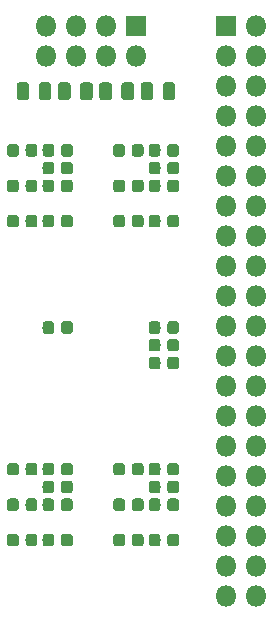
<source format=gbs>
G04 #@! TF.GenerationSoftware,KiCad,Pcbnew,5.0.0-fee4fd1~66~ubuntu18.04.1*
G04 #@! TF.CreationDate,2018-09-10T21:16:37+02:00*
G04 #@! TF.ProjectId,QuadCAN-FD,5175616443414E2D46442E6B69636164,rev?*
G04 #@! TF.SameCoordinates,Original*
G04 #@! TF.FileFunction,Soldermask,Bot*
G04 #@! TF.FilePolarity,Negative*
%FSLAX46Y46*%
G04 Gerber Fmt 4.6, Leading zero omitted, Abs format (unit mm)*
G04 Created by KiCad (PCBNEW 5.0.0-fee4fd1~66~ubuntu18.04.1) date Mon Sep 10 21:16:37 2018*
%MOMM*%
%LPD*%
G01*
G04 APERTURE LIST*
%ADD10C,0.100000*%
%ADD11C,0.976600*%
%ADD12C,1.076600*%
%ADD13R,1.801600X1.801600*%
%ADD14O,1.801600X1.801600*%
G04 APERTURE END LIST*
D10*
G04 #@! TO.C,C22*
G36*
X88423081Y-50440376D02*
X88446781Y-50443891D01*
X88470023Y-50449713D01*
X88492582Y-50457785D01*
X88514242Y-50468029D01*
X88534792Y-50480347D01*
X88554037Y-50494619D01*
X88571790Y-50510710D01*
X88587881Y-50528463D01*
X88602153Y-50547708D01*
X88614471Y-50568258D01*
X88624715Y-50589918D01*
X88632787Y-50612477D01*
X88638609Y-50635719D01*
X88642124Y-50659419D01*
X88643300Y-50683350D01*
X88643300Y-51246650D01*
X88642124Y-51270581D01*
X88638609Y-51294281D01*
X88632787Y-51317523D01*
X88624715Y-51340082D01*
X88614471Y-51361742D01*
X88602153Y-51382292D01*
X88587881Y-51401537D01*
X88571790Y-51419290D01*
X88554037Y-51435381D01*
X88534792Y-51449653D01*
X88514242Y-51461971D01*
X88492582Y-51472215D01*
X88470023Y-51480287D01*
X88446781Y-51486109D01*
X88423081Y-51489624D01*
X88399150Y-51490800D01*
X87910850Y-51490800D01*
X87886919Y-51489624D01*
X87863219Y-51486109D01*
X87839977Y-51480287D01*
X87817418Y-51472215D01*
X87795758Y-51461971D01*
X87775208Y-51449653D01*
X87755963Y-51435381D01*
X87738210Y-51419290D01*
X87722119Y-51401537D01*
X87707847Y-51382292D01*
X87695529Y-51361742D01*
X87685285Y-51340082D01*
X87677213Y-51317523D01*
X87671391Y-51294281D01*
X87667876Y-51270581D01*
X87666700Y-51246650D01*
X87666700Y-50683350D01*
X87667876Y-50659419D01*
X87671391Y-50635719D01*
X87677213Y-50612477D01*
X87685285Y-50589918D01*
X87695529Y-50568258D01*
X87707847Y-50547708D01*
X87722119Y-50528463D01*
X87738210Y-50510710D01*
X87755963Y-50494619D01*
X87775208Y-50480347D01*
X87795758Y-50468029D01*
X87817418Y-50457785D01*
X87839977Y-50449713D01*
X87863219Y-50443891D01*
X87886919Y-50440376D01*
X87910850Y-50439200D01*
X88399150Y-50439200D01*
X88423081Y-50440376D01*
X88423081Y-50440376D01*
G37*
D11*
X88155000Y-50965000D03*
D10*
G36*
X86848081Y-50440376D02*
X86871781Y-50443891D01*
X86895023Y-50449713D01*
X86917582Y-50457785D01*
X86939242Y-50468029D01*
X86959792Y-50480347D01*
X86979037Y-50494619D01*
X86996790Y-50510710D01*
X87012881Y-50528463D01*
X87027153Y-50547708D01*
X87039471Y-50568258D01*
X87049715Y-50589918D01*
X87057787Y-50612477D01*
X87063609Y-50635719D01*
X87067124Y-50659419D01*
X87068300Y-50683350D01*
X87068300Y-51246650D01*
X87067124Y-51270581D01*
X87063609Y-51294281D01*
X87057787Y-51317523D01*
X87049715Y-51340082D01*
X87039471Y-51361742D01*
X87027153Y-51382292D01*
X87012881Y-51401537D01*
X86996790Y-51419290D01*
X86979037Y-51435381D01*
X86959792Y-51449653D01*
X86939242Y-51461971D01*
X86917582Y-51472215D01*
X86895023Y-51480287D01*
X86871781Y-51486109D01*
X86848081Y-51489624D01*
X86824150Y-51490800D01*
X86335850Y-51490800D01*
X86311919Y-51489624D01*
X86288219Y-51486109D01*
X86264977Y-51480287D01*
X86242418Y-51472215D01*
X86220758Y-51461971D01*
X86200208Y-51449653D01*
X86180963Y-51435381D01*
X86163210Y-51419290D01*
X86147119Y-51401537D01*
X86132847Y-51382292D01*
X86120529Y-51361742D01*
X86110285Y-51340082D01*
X86102213Y-51317523D01*
X86096391Y-51294281D01*
X86092876Y-51270581D01*
X86091700Y-51246650D01*
X86091700Y-50683350D01*
X86092876Y-50659419D01*
X86096391Y-50635719D01*
X86102213Y-50612477D01*
X86110285Y-50589918D01*
X86120529Y-50568258D01*
X86132847Y-50547708D01*
X86147119Y-50528463D01*
X86163210Y-50510710D01*
X86180963Y-50494619D01*
X86200208Y-50480347D01*
X86220758Y-50468029D01*
X86242418Y-50457785D01*
X86264977Y-50449713D01*
X86288219Y-50443891D01*
X86311919Y-50440376D01*
X86335850Y-50439200D01*
X86824150Y-50439200D01*
X86848081Y-50440376D01*
X86848081Y-50440376D01*
G37*
D11*
X86580000Y-50965000D03*
G04 #@! TD*
D10*
G04 #@! TO.C,R12*
G36*
X93600531Y-30215496D02*
X93626659Y-30219372D01*
X93652280Y-30225790D01*
X93677149Y-30234688D01*
X93701026Y-30245981D01*
X93723682Y-30259560D01*
X93744897Y-30275294D01*
X93764468Y-30293032D01*
X93782206Y-30312603D01*
X93797940Y-30333818D01*
X93811519Y-30356474D01*
X93822812Y-30380351D01*
X93831710Y-30405220D01*
X93838128Y-30430841D01*
X93842004Y-30456969D01*
X93843300Y-30483350D01*
X93843300Y-31446650D01*
X93842004Y-31473031D01*
X93838128Y-31499159D01*
X93831710Y-31524780D01*
X93822812Y-31549649D01*
X93811519Y-31573526D01*
X93797940Y-31596182D01*
X93782206Y-31617397D01*
X93764468Y-31636968D01*
X93744897Y-31654706D01*
X93723682Y-31670440D01*
X93701026Y-31684019D01*
X93677149Y-31695312D01*
X93652280Y-31704210D01*
X93626659Y-31710628D01*
X93600531Y-31714504D01*
X93574150Y-31715800D01*
X93035850Y-31715800D01*
X93009469Y-31714504D01*
X92983341Y-31710628D01*
X92957720Y-31704210D01*
X92932851Y-31695312D01*
X92908974Y-31684019D01*
X92886318Y-31670440D01*
X92865103Y-31654706D01*
X92845532Y-31636968D01*
X92827794Y-31617397D01*
X92812060Y-31596182D01*
X92798481Y-31573526D01*
X92787188Y-31549649D01*
X92778290Y-31524780D01*
X92771872Y-31499159D01*
X92767996Y-31473031D01*
X92766700Y-31446650D01*
X92766700Y-30483350D01*
X92767996Y-30456969D01*
X92771872Y-30430841D01*
X92778290Y-30405220D01*
X92787188Y-30380351D01*
X92798481Y-30356474D01*
X92812060Y-30333818D01*
X92827794Y-30312603D01*
X92845532Y-30293032D01*
X92865103Y-30275294D01*
X92886318Y-30259560D01*
X92908974Y-30245981D01*
X92932851Y-30234688D01*
X92957720Y-30225790D01*
X92983341Y-30219372D01*
X93009469Y-30215496D01*
X93035850Y-30214200D01*
X93574150Y-30214200D01*
X93600531Y-30215496D01*
X93600531Y-30215496D01*
G37*
D12*
X93305000Y-30965000D03*
D10*
G36*
X91725531Y-30215496D02*
X91751659Y-30219372D01*
X91777280Y-30225790D01*
X91802149Y-30234688D01*
X91826026Y-30245981D01*
X91848682Y-30259560D01*
X91869897Y-30275294D01*
X91889468Y-30293032D01*
X91907206Y-30312603D01*
X91922940Y-30333818D01*
X91936519Y-30356474D01*
X91947812Y-30380351D01*
X91956710Y-30405220D01*
X91963128Y-30430841D01*
X91967004Y-30456969D01*
X91968300Y-30483350D01*
X91968300Y-31446650D01*
X91967004Y-31473031D01*
X91963128Y-31499159D01*
X91956710Y-31524780D01*
X91947812Y-31549649D01*
X91936519Y-31573526D01*
X91922940Y-31596182D01*
X91907206Y-31617397D01*
X91889468Y-31636968D01*
X91869897Y-31654706D01*
X91848682Y-31670440D01*
X91826026Y-31684019D01*
X91802149Y-31695312D01*
X91777280Y-31704210D01*
X91751659Y-31710628D01*
X91725531Y-31714504D01*
X91699150Y-31715800D01*
X91160850Y-31715800D01*
X91134469Y-31714504D01*
X91108341Y-31710628D01*
X91082720Y-31704210D01*
X91057851Y-31695312D01*
X91033974Y-31684019D01*
X91011318Y-31670440D01*
X90990103Y-31654706D01*
X90970532Y-31636968D01*
X90952794Y-31617397D01*
X90937060Y-31596182D01*
X90923481Y-31573526D01*
X90912188Y-31549649D01*
X90903290Y-31524780D01*
X90896872Y-31499159D01*
X90892996Y-31473031D01*
X90891700Y-31446650D01*
X90891700Y-30483350D01*
X90892996Y-30456969D01*
X90896872Y-30430841D01*
X90903290Y-30405220D01*
X90912188Y-30380351D01*
X90923481Y-30356474D01*
X90937060Y-30333818D01*
X90952794Y-30312603D01*
X90970532Y-30293032D01*
X90990103Y-30275294D01*
X91011318Y-30259560D01*
X91033974Y-30245981D01*
X91057851Y-30234688D01*
X91082720Y-30225790D01*
X91108341Y-30219372D01*
X91134469Y-30215496D01*
X91160850Y-30214200D01*
X91699150Y-30214200D01*
X91725531Y-30215496D01*
X91725531Y-30215496D01*
G37*
D12*
X91430000Y-30965000D03*
G04 #@! TD*
D10*
G04 #@! TO.C,R13*
G36*
X90100531Y-30215496D02*
X90126659Y-30219372D01*
X90152280Y-30225790D01*
X90177149Y-30234688D01*
X90201026Y-30245981D01*
X90223682Y-30259560D01*
X90244897Y-30275294D01*
X90264468Y-30293032D01*
X90282206Y-30312603D01*
X90297940Y-30333818D01*
X90311519Y-30356474D01*
X90322812Y-30380351D01*
X90331710Y-30405220D01*
X90338128Y-30430841D01*
X90342004Y-30456969D01*
X90343300Y-30483350D01*
X90343300Y-31446650D01*
X90342004Y-31473031D01*
X90338128Y-31499159D01*
X90331710Y-31524780D01*
X90322812Y-31549649D01*
X90311519Y-31573526D01*
X90297940Y-31596182D01*
X90282206Y-31617397D01*
X90264468Y-31636968D01*
X90244897Y-31654706D01*
X90223682Y-31670440D01*
X90201026Y-31684019D01*
X90177149Y-31695312D01*
X90152280Y-31704210D01*
X90126659Y-31710628D01*
X90100531Y-31714504D01*
X90074150Y-31715800D01*
X89535850Y-31715800D01*
X89509469Y-31714504D01*
X89483341Y-31710628D01*
X89457720Y-31704210D01*
X89432851Y-31695312D01*
X89408974Y-31684019D01*
X89386318Y-31670440D01*
X89365103Y-31654706D01*
X89345532Y-31636968D01*
X89327794Y-31617397D01*
X89312060Y-31596182D01*
X89298481Y-31573526D01*
X89287188Y-31549649D01*
X89278290Y-31524780D01*
X89271872Y-31499159D01*
X89267996Y-31473031D01*
X89266700Y-31446650D01*
X89266700Y-30483350D01*
X89267996Y-30456969D01*
X89271872Y-30430841D01*
X89278290Y-30405220D01*
X89287188Y-30380351D01*
X89298481Y-30356474D01*
X89312060Y-30333818D01*
X89327794Y-30312603D01*
X89345532Y-30293032D01*
X89365103Y-30275294D01*
X89386318Y-30259560D01*
X89408974Y-30245981D01*
X89432851Y-30234688D01*
X89457720Y-30225790D01*
X89483341Y-30219372D01*
X89509469Y-30215496D01*
X89535850Y-30214200D01*
X90074150Y-30214200D01*
X90100531Y-30215496D01*
X90100531Y-30215496D01*
G37*
D12*
X89805000Y-30965000D03*
D10*
G36*
X88225531Y-30215496D02*
X88251659Y-30219372D01*
X88277280Y-30225790D01*
X88302149Y-30234688D01*
X88326026Y-30245981D01*
X88348682Y-30259560D01*
X88369897Y-30275294D01*
X88389468Y-30293032D01*
X88407206Y-30312603D01*
X88422940Y-30333818D01*
X88436519Y-30356474D01*
X88447812Y-30380351D01*
X88456710Y-30405220D01*
X88463128Y-30430841D01*
X88467004Y-30456969D01*
X88468300Y-30483350D01*
X88468300Y-31446650D01*
X88467004Y-31473031D01*
X88463128Y-31499159D01*
X88456710Y-31524780D01*
X88447812Y-31549649D01*
X88436519Y-31573526D01*
X88422940Y-31596182D01*
X88407206Y-31617397D01*
X88389468Y-31636968D01*
X88369897Y-31654706D01*
X88348682Y-31670440D01*
X88326026Y-31684019D01*
X88302149Y-31695312D01*
X88277280Y-31704210D01*
X88251659Y-31710628D01*
X88225531Y-31714504D01*
X88199150Y-31715800D01*
X87660850Y-31715800D01*
X87634469Y-31714504D01*
X87608341Y-31710628D01*
X87582720Y-31704210D01*
X87557851Y-31695312D01*
X87533974Y-31684019D01*
X87511318Y-31670440D01*
X87490103Y-31654706D01*
X87470532Y-31636968D01*
X87452794Y-31617397D01*
X87437060Y-31596182D01*
X87423481Y-31573526D01*
X87412188Y-31549649D01*
X87403290Y-31524780D01*
X87396872Y-31499159D01*
X87392996Y-31473031D01*
X87391700Y-31446650D01*
X87391700Y-30483350D01*
X87392996Y-30456969D01*
X87396872Y-30430841D01*
X87403290Y-30405220D01*
X87412188Y-30380351D01*
X87423481Y-30356474D01*
X87437060Y-30333818D01*
X87452794Y-30312603D01*
X87470532Y-30293032D01*
X87490103Y-30275294D01*
X87511318Y-30259560D01*
X87533974Y-30245981D01*
X87557851Y-30234688D01*
X87582720Y-30225790D01*
X87608341Y-30219372D01*
X87634469Y-30215496D01*
X87660850Y-30214200D01*
X88199150Y-30214200D01*
X88225531Y-30215496D01*
X88225531Y-30215496D01*
G37*
D12*
X87930000Y-30965000D03*
G04 #@! TD*
D10*
G04 #@! TO.C,R11*
G36*
X97100531Y-30215496D02*
X97126659Y-30219372D01*
X97152280Y-30225790D01*
X97177149Y-30234688D01*
X97201026Y-30245981D01*
X97223682Y-30259560D01*
X97244897Y-30275294D01*
X97264468Y-30293032D01*
X97282206Y-30312603D01*
X97297940Y-30333818D01*
X97311519Y-30356474D01*
X97322812Y-30380351D01*
X97331710Y-30405220D01*
X97338128Y-30430841D01*
X97342004Y-30456969D01*
X97343300Y-30483350D01*
X97343300Y-31446650D01*
X97342004Y-31473031D01*
X97338128Y-31499159D01*
X97331710Y-31524780D01*
X97322812Y-31549649D01*
X97311519Y-31573526D01*
X97297940Y-31596182D01*
X97282206Y-31617397D01*
X97264468Y-31636968D01*
X97244897Y-31654706D01*
X97223682Y-31670440D01*
X97201026Y-31684019D01*
X97177149Y-31695312D01*
X97152280Y-31704210D01*
X97126659Y-31710628D01*
X97100531Y-31714504D01*
X97074150Y-31715800D01*
X96535850Y-31715800D01*
X96509469Y-31714504D01*
X96483341Y-31710628D01*
X96457720Y-31704210D01*
X96432851Y-31695312D01*
X96408974Y-31684019D01*
X96386318Y-31670440D01*
X96365103Y-31654706D01*
X96345532Y-31636968D01*
X96327794Y-31617397D01*
X96312060Y-31596182D01*
X96298481Y-31573526D01*
X96287188Y-31549649D01*
X96278290Y-31524780D01*
X96271872Y-31499159D01*
X96267996Y-31473031D01*
X96266700Y-31446650D01*
X96266700Y-30483350D01*
X96267996Y-30456969D01*
X96271872Y-30430841D01*
X96278290Y-30405220D01*
X96287188Y-30380351D01*
X96298481Y-30356474D01*
X96312060Y-30333818D01*
X96327794Y-30312603D01*
X96345532Y-30293032D01*
X96365103Y-30275294D01*
X96386318Y-30259560D01*
X96408974Y-30245981D01*
X96432851Y-30234688D01*
X96457720Y-30225790D01*
X96483341Y-30219372D01*
X96509469Y-30215496D01*
X96535850Y-30214200D01*
X97074150Y-30214200D01*
X97100531Y-30215496D01*
X97100531Y-30215496D01*
G37*
D12*
X96805000Y-30965000D03*
D10*
G36*
X95225531Y-30215496D02*
X95251659Y-30219372D01*
X95277280Y-30225790D01*
X95302149Y-30234688D01*
X95326026Y-30245981D01*
X95348682Y-30259560D01*
X95369897Y-30275294D01*
X95389468Y-30293032D01*
X95407206Y-30312603D01*
X95422940Y-30333818D01*
X95436519Y-30356474D01*
X95447812Y-30380351D01*
X95456710Y-30405220D01*
X95463128Y-30430841D01*
X95467004Y-30456969D01*
X95468300Y-30483350D01*
X95468300Y-31446650D01*
X95467004Y-31473031D01*
X95463128Y-31499159D01*
X95456710Y-31524780D01*
X95447812Y-31549649D01*
X95436519Y-31573526D01*
X95422940Y-31596182D01*
X95407206Y-31617397D01*
X95389468Y-31636968D01*
X95369897Y-31654706D01*
X95348682Y-31670440D01*
X95326026Y-31684019D01*
X95302149Y-31695312D01*
X95277280Y-31704210D01*
X95251659Y-31710628D01*
X95225531Y-31714504D01*
X95199150Y-31715800D01*
X94660850Y-31715800D01*
X94634469Y-31714504D01*
X94608341Y-31710628D01*
X94582720Y-31704210D01*
X94557851Y-31695312D01*
X94533974Y-31684019D01*
X94511318Y-31670440D01*
X94490103Y-31654706D01*
X94470532Y-31636968D01*
X94452794Y-31617397D01*
X94437060Y-31596182D01*
X94423481Y-31573526D01*
X94412188Y-31549649D01*
X94403290Y-31524780D01*
X94396872Y-31499159D01*
X94392996Y-31473031D01*
X94391700Y-31446650D01*
X94391700Y-30483350D01*
X94392996Y-30456969D01*
X94396872Y-30430841D01*
X94403290Y-30405220D01*
X94412188Y-30380351D01*
X94423481Y-30356474D01*
X94437060Y-30333818D01*
X94452794Y-30312603D01*
X94470532Y-30293032D01*
X94490103Y-30275294D01*
X94511318Y-30259560D01*
X94533974Y-30245981D01*
X94557851Y-30234688D01*
X94582720Y-30225790D01*
X94608341Y-30219372D01*
X94634469Y-30215496D01*
X94660850Y-30214200D01*
X95199150Y-30214200D01*
X95225531Y-30215496D01*
X95225531Y-30215496D01*
G37*
D12*
X94930000Y-30965000D03*
G04 #@! TD*
D10*
G04 #@! TO.C,R14*
G36*
X86600531Y-30215496D02*
X86626659Y-30219372D01*
X86652280Y-30225790D01*
X86677149Y-30234688D01*
X86701026Y-30245981D01*
X86723682Y-30259560D01*
X86744897Y-30275294D01*
X86764468Y-30293032D01*
X86782206Y-30312603D01*
X86797940Y-30333818D01*
X86811519Y-30356474D01*
X86822812Y-30380351D01*
X86831710Y-30405220D01*
X86838128Y-30430841D01*
X86842004Y-30456969D01*
X86843300Y-30483350D01*
X86843300Y-31446650D01*
X86842004Y-31473031D01*
X86838128Y-31499159D01*
X86831710Y-31524780D01*
X86822812Y-31549649D01*
X86811519Y-31573526D01*
X86797940Y-31596182D01*
X86782206Y-31617397D01*
X86764468Y-31636968D01*
X86744897Y-31654706D01*
X86723682Y-31670440D01*
X86701026Y-31684019D01*
X86677149Y-31695312D01*
X86652280Y-31704210D01*
X86626659Y-31710628D01*
X86600531Y-31714504D01*
X86574150Y-31715800D01*
X86035850Y-31715800D01*
X86009469Y-31714504D01*
X85983341Y-31710628D01*
X85957720Y-31704210D01*
X85932851Y-31695312D01*
X85908974Y-31684019D01*
X85886318Y-31670440D01*
X85865103Y-31654706D01*
X85845532Y-31636968D01*
X85827794Y-31617397D01*
X85812060Y-31596182D01*
X85798481Y-31573526D01*
X85787188Y-31549649D01*
X85778290Y-31524780D01*
X85771872Y-31499159D01*
X85767996Y-31473031D01*
X85766700Y-31446650D01*
X85766700Y-30483350D01*
X85767996Y-30456969D01*
X85771872Y-30430841D01*
X85778290Y-30405220D01*
X85787188Y-30380351D01*
X85798481Y-30356474D01*
X85812060Y-30333818D01*
X85827794Y-30312603D01*
X85845532Y-30293032D01*
X85865103Y-30275294D01*
X85886318Y-30259560D01*
X85908974Y-30245981D01*
X85932851Y-30234688D01*
X85957720Y-30225790D01*
X85983341Y-30219372D01*
X86009469Y-30215496D01*
X86035850Y-30214200D01*
X86574150Y-30214200D01*
X86600531Y-30215496D01*
X86600531Y-30215496D01*
G37*
D12*
X86305000Y-30965000D03*
D10*
G36*
X84725531Y-30215496D02*
X84751659Y-30219372D01*
X84777280Y-30225790D01*
X84802149Y-30234688D01*
X84826026Y-30245981D01*
X84848682Y-30259560D01*
X84869897Y-30275294D01*
X84889468Y-30293032D01*
X84907206Y-30312603D01*
X84922940Y-30333818D01*
X84936519Y-30356474D01*
X84947812Y-30380351D01*
X84956710Y-30405220D01*
X84963128Y-30430841D01*
X84967004Y-30456969D01*
X84968300Y-30483350D01*
X84968300Y-31446650D01*
X84967004Y-31473031D01*
X84963128Y-31499159D01*
X84956710Y-31524780D01*
X84947812Y-31549649D01*
X84936519Y-31573526D01*
X84922940Y-31596182D01*
X84907206Y-31617397D01*
X84889468Y-31636968D01*
X84869897Y-31654706D01*
X84848682Y-31670440D01*
X84826026Y-31684019D01*
X84802149Y-31695312D01*
X84777280Y-31704210D01*
X84751659Y-31710628D01*
X84725531Y-31714504D01*
X84699150Y-31715800D01*
X84160850Y-31715800D01*
X84134469Y-31714504D01*
X84108341Y-31710628D01*
X84082720Y-31704210D01*
X84057851Y-31695312D01*
X84033974Y-31684019D01*
X84011318Y-31670440D01*
X83990103Y-31654706D01*
X83970532Y-31636968D01*
X83952794Y-31617397D01*
X83937060Y-31596182D01*
X83923481Y-31573526D01*
X83912188Y-31549649D01*
X83903290Y-31524780D01*
X83896872Y-31499159D01*
X83892996Y-31473031D01*
X83891700Y-31446650D01*
X83891700Y-30483350D01*
X83892996Y-30456969D01*
X83896872Y-30430841D01*
X83903290Y-30405220D01*
X83912188Y-30380351D01*
X83923481Y-30356474D01*
X83937060Y-30333818D01*
X83952794Y-30312603D01*
X83970532Y-30293032D01*
X83990103Y-30275294D01*
X84011318Y-30259560D01*
X84033974Y-30245981D01*
X84057851Y-30234688D01*
X84082720Y-30225790D01*
X84108341Y-30219372D01*
X84134469Y-30215496D01*
X84160850Y-30214200D01*
X84699150Y-30214200D01*
X84725531Y-30215496D01*
X84725531Y-30215496D01*
G37*
D12*
X84430000Y-30965000D03*
G04 #@! TD*
D10*
G04 #@! TO.C,R5*
G36*
X88423081Y-41440376D02*
X88446781Y-41443891D01*
X88470023Y-41449713D01*
X88492582Y-41457785D01*
X88514242Y-41468029D01*
X88534792Y-41480347D01*
X88554037Y-41494619D01*
X88571790Y-41510710D01*
X88587881Y-41528463D01*
X88602153Y-41547708D01*
X88614471Y-41568258D01*
X88624715Y-41589918D01*
X88632787Y-41612477D01*
X88638609Y-41635719D01*
X88642124Y-41659419D01*
X88643300Y-41683350D01*
X88643300Y-42246650D01*
X88642124Y-42270581D01*
X88638609Y-42294281D01*
X88632787Y-42317523D01*
X88624715Y-42340082D01*
X88614471Y-42361742D01*
X88602153Y-42382292D01*
X88587881Y-42401537D01*
X88571790Y-42419290D01*
X88554037Y-42435381D01*
X88534792Y-42449653D01*
X88514242Y-42461971D01*
X88492582Y-42472215D01*
X88470023Y-42480287D01*
X88446781Y-42486109D01*
X88423081Y-42489624D01*
X88399150Y-42490800D01*
X87910850Y-42490800D01*
X87886919Y-42489624D01*
X87863219Y-42486109D01*
X87839977Y-42480287D01*
X87817418Y-42472215D01*
X87795758Y-42461971D01*
X87775208Y-42449653D01*
X87755963Y-42435381D01*
X87738210Y-42419290D01*
X87722119Y-42401537D01*
X87707847Y-42382292D01*
X87695529Y-42361742D01*
X87685285Y-42340082D01*
X87677213Y-42317523D01*
X87671391Y-42294281D01*
X87667876Y-42270581D01*
X87666700Y-42246650D01*
X87666700Y-41683350D01*
X87667876Y-41659419D01*
X87671391Y-41635719D01*
X87677213Y-41612477D01*
X87685285Y-41589918D01*
X87695529Y-41568258D01*
X87707847Y-41547708D01*
X87722119Y-41528463D01*
X87738210Y-41510710D01*
X87755963Y-41494619D01*
X87775208Y-41480347D01*
X87795758Y-41468029D01*
X87817418Y-41457785D01*
X87839977Y-41449713D01*
X87863219Y-41443891D01*
X87886919Y-41440376D01*
X87910850Y-41439200D01*
X88399150Y-41439200D01*
X88423081Y-41440376D01*
X88423081Y-41440376D01*
G37*
D11*
X88155000Y-41965000D03*
D10*
G36*
X86848081Y-41440376D02*
X86871781Y-41443891D01*
X86895023Y-41449713D01*
X86917582Y-41457785D01*
X86939242Y-41468029D01*
X86959792Y-41480347D01*
X86979037Y-41494619D01*
X86996790Y-41510710D01*
X87012881Y-41528463D01*
X87027153Y-41547708D01*
X87039471Y-41568258D01*
X87049715Y-41589918D01*
X87057787Y-41612477D01*
X87063609Y-41635719D01*
X87067124Y-41659419D01*
X87068300Y-41683350D01*
X87068300Y-42246650D01*
X87067124Y-42270581D01*
X87063609Y-42294281D01*
X87057787Y-42317523D01*
X87049715Y-42340082D01*
X87039471Y-42361742D01*
X87027153Y-42382292D01*
X87012881Y-42401537D01*
X86996790Y-42419290D01*
X86979037Y-42435381D01*
X86959792Y-42449653D01*
X86939242Y-42461971D01*
X86917582Y-42472215D01*
X86895023Y-42480287D01*
X86871781Y-42486109D01*
X86848081Y-42489624D01*
X86824150Y-42490800D01*
X86335850Y-42490800D01*
X86311919Y-42489624D01*
X86288219Y-42486109D01*
X86264977Y-42480287D01*
X86242418Y-42472215D01*
X86220758Y-42461971D01*
X86200208Y-42449653D01*
X86180963Y-42435381D01*
X86163210Y-42419290D01*
X86147119Y-42401537D01*
X86132847Y-42382292D01*
X86120529Y-42361742D01*
X86110285Y-42340082D01*
X86102213Y-42317523D01*
X86096391Y-42294281D01*
X86092876Y-42270581D01*
X86091700Y-42246650D01*
X86091700Y-41683350D01*
X86092876Y-41659419D01*
X86096391Y-41635719D01*
X86102213Y-41612477D01*
X86110285Y-41589918D01*
X86120529Y-41568258D01*
X86132847Y-41547708D01*
X86147119Y-41528463D01*
X86163210Y-41510710D01*
X86180963Y-41494619D01*
X86200208Y-41480347D01*
X86220758Y-41468029D01*
X86242418Y-41457785D01*
X86264977Y-41449713D01*
X86288219Y-41443891D01*
X86311919Y-41440376D01*
X86335850Y-41439200D01*
X86824150Y-41439200D01*
X86848081Y-41440376D01*
X86848081Y-41440376D01*
G37*
D11*
X86580000Y-41965000D03*
G04 #@! TD*
D10*
G04 #@! TO.C,R6*
G36*
X85423081Y-41440376D02*
X85446781Y-41443891D01*
X85470023Y-41449713D01*
X85492582Y-41457785D01*
X85514242Y-41468029D01*
X85534792Y-41480347D01*
X85554037Y-41494619D01*
X85571790Y-41510710D01*
X85587881Y-41528463D01*
X85602153Y-41547708D01*
X85614471Y-41568258D01*
X85624715Y-41589918D01*
X85632787Y-41612477D01*
X85638609Y-41635719D01*
X85642124Y-41659419D01*
X85643300Y-41683350D01*
X85643300Y-42246650D01*
X85642124Y-42270581D01*
X85638609Y-42294281D01*
X85632787Y-42317523D01*
X85624715Y-42340082D01*
X85614471Y-42361742D01*
X85602153Y-42382292D01*
X85587881Y-42401537D01*
X85571790Y-42419290D01*
X85554037Y-42435381D01*
X85534792Y-42449653D01*
X85514242Y-42461971D01*
X85492582Y-42472215D01*
X85470023Y-42480287D01*
X85446781Y-42486109D01*
X85423081Y-42489624D01*
X85399150Y-42490800D01*
X84910850Y-42490800D01*
X84886919Y-42489624D01*
X84863219Y-42486109D01*
X84839977Y-42480287D01*
X84817418Y-42472215D01*
X84795758Y-42461971D01*
X84775208Y-42449653D01*
X84755963Y-42435381D01*
X84738210Y-42419290D01*
X84722119Y-42401537D01*
X84707847Y-42382292D01*
X84695529Y-42361742D01*
X84685285Y-42340082D01*
X84677213Y-42317523D01*
X84671391Y-42294281D01*
X84667876Y-42270581D01*
X84666700Y-42246650D01*
X84666700Y-41683350D01*
X84667876Y-41659419D01*
X84671391Y-41635719D01*
X84677213Y-41612477D01*
X84685285Y-41589918D01*
X84695529Y-41568258D01*
X84707847Y-41547708D01*
X84722119Y-41528463D01*
X84738210Y-41510710D01*
X84755963Y-41494619D01*
X84775208Y-41480347D01*
X84795758Y-41468029D01*
X84817418Y-41457785D01*
X84839977Y-41449713D01*
X84863219Y-41443891D01*
X84886919Y-41440376D01*
X84910850Y-41439200D01*
X85399150Y-41439200D01*
X85423081Y-41440376D01*
X85423081Y-41440376D01*
G37*
D11*
X85155000Y-41965000D03*
D10*
G36*
X83848081Y-41440376D02*
X83871781Y-41443891D01*
X83895023Y-41449713D01*
X83917582Y-41457785D01*
X83939242Y-41468029D01*
X83959792Y-41480347D01*
X83979037Y-41494619D01*
X83996790Y-41510710D01*
X84012881Y-41528463D01*
X84027153Y-41547708D01*
X84039471Y-41568258D01*
X84049715Y-41589918D01*
X84057787Y-41612477D01*
X84063609Y-41635719D01*
X84067124Y-41659419D01*
X84068300Y-41683350D01*
X84068300Y-42246650D01*
X84067124Y-42270581D01*
X84063609Y-42294281D01*
X84057787Y-42317523D01*
X84049715Y-42340082D01*
X84039471Y-42361742D01*
X84027153Y-42382292D01*
X84012881Y-42401537D01*
X83996790Y-42419290D01*
X83979037Y-42435381D01*
X83959792Y-42449653D01*
X83939242Y-42461971D01*
X83917582Y-42472215D01*
X83895023Y-42480287D01*
X83871781Y-42486109D01*
X83848081Y-42489624D01*
X83824150Y-42490800D01*
X83335850Y-42490800D01*
X83311919Y-42489624D01*
X83288219Y-42486109D01*
X83264977Y-42480287D01*
X83242418Y-42472215D01*
X83220758Y-42461971D01*
X83200208Y-42449653D01*
X83180963Y-42435381D01*
X83163210Y-42419290D01*
X83147119Y-42401537D01*
X83132847Y-42382292D01*
X83120529Y-42361742D01*
X83110285Y-42340082D01*
X83102213Y-42317523D01*
X83096391Y-42294281D01*
X83092876Y-42270581D01*
X83091700Y-42246650D01*
X83091700Y-41683350D01*
X83092876Y-41659419D01*
X83096391Y-41635719D01*
X83102213Y-41612477D01*
X83110285Y-41589918D01*
X83120529Y-41568258D01*
X83132847Y-41547708D01*
X83147119Y-41528463D01*
X83163210Y-41510710D01*
X83180963Y-41494619D01*
X83200208Y-41480347D01*
X83220758Y-41468029D01*
X83242418Y-41457785D01*
X83264977Y-41449713D01*
X83288219Y-41443891D01*
X83311919Y-41440376D01*
X83335850Y-41439200D01*
X83824150Y-41439200D01*
X83848081Y-41440376D01*
X83848081Y-41440376D01*
G37*
D11*
X83580000Y-41965000D03*
G04 #@! TD*
D10*
G04 #@! TO.C,R7*
G36*
X97423081Y-68440376D02*
X97446781Y-68443891D01*
X97470023Y-68449713D01*
X97492582Y-68457785D01*
X97514242Y-68468029D01*
X97534792Y-68480347D01*
X97554037Y-68494619D01*
X97571790Y-68510710D01*
X97587881Y-68528463D01*
X97602153Y-68547708D01*
X97614471Y-68568258D01*
X97624715Y-68589918D01*
X97632787Y-68612477D01*
X97638609Y-68635719D01*
X97642124Y-68659419D01*
X97643300Y-68683350D01*
X97643300Y-69246650D01*
X97642124Y-69270581D01*
X97638609Y-69294281D01*
X97632787Y-69317523D01*
X97624715Y-69340082D01*
X97614471Y-69361742D01*
X97602153Y-69382292D01*
X97587881Y-69401537D01*
X97571790Y-69419290D01*
X97554037Y-69435381D01*
X97534792Y-69449653D01*
X97514242Y-69461971D01*
X97492582Y-69472215D01*
X97470023Y-69480287D01*
X97446781Y-69486109D01*
X97423081Y-69489624D01*
X97399150Y-69490800D01*
X96910850Y-69490800D01*
X96886919Y-69489624D01*
X96863219Y-69486109D01*
X96839977Y-69480287D01*
X96817418Y-69472215D01*
X96795758Y-69461971D01*
X96775208Y-69449653D01*
X96755963Y-69435381D01*
X96738210Y-69419290D01*
X96722119Y-69401537D01*
X96707847Y-69382292D01*
X96695529Y-69361742D01*
X96685285Y-69340082D01*
X96677213Y-69317523D01*
X96671391Y-69294281D01*
X96667876Y-69270581D01*
X96666700Y-69246650D01*
X96666700Y-68683350D01*
X96667876Y-68659419D01*
X96671391Y-68635719D01*
X96677213Y-68612477D01*
X96685285Y-68589918D01*
X96695529Y-68568258D01*
X96707847Y-68547708D01*
X96722119Y-68528463D01*
X96738210Y-68510710D01*
X96755963Y-68494619D01*
X96775208Y-68480347D01*
X96795758Y-68468029D01*
X96817418Y-68457785D01*
X96839977Y-68449713D01*
X96863219Y-68443891D01*
X96886919Y-68440376D01*
X96910850Y-68439200D01*
X97399150Y-68439200D01*
X97423081Y-68440376D01*
X97423081Y-68440376D01*
G37*
D11*
X97155000Y-68965000D03*
D10*
G36*
X95848081Y-68440376D02*
X95871781Y-68443891D01*
X95895023Y-68449713D01*
X95917582Y-68457785D01*
X95939242Y-68468029D01*
X95959792Y-68480347D01*
X95979037Y-68494619D01*
X95996790Y-68510710D01*
X96012881Y-68528463D01*
X96027153Y-68547708D01*
X96039471Y-68568258D01*
X96049715Y-68589918D01*
X96057787Y-68612477D01*
X96063609Y-68635719D01*
X96067124Y-68659419D01*
X96068300Y-68683350D01*
X96068300Y-69246650D01*
X96067124Y-69270581D01*
X96063609Y-69294281D01*
X96057787Y-69317523D01*
X96049715Y-69340082D01*
X96039471Y-69361742D01*
X96027153Y-69382292D01*
X96012881Y-69401537D01*
X95996790Y-69419290D01*
X95979037Y-69435381D01*
X95959792Y-69449653D01*
X95939242Y-69461971D01*
X95917582Y-69472215D01*
X95895023Y-69480287D01*
X95871781Y-69486109D01*
X95848081Y-69489624D01*
X95824150Y-69490800D01*
X95335850Y-69490800D01*
X95311919Y-69489624D01*
X95288219Y-69486109D01*
X95264977Y-69480287D01*
X95242418Y-69472215D01*
X95220758Y-69461971D01*
X95200208Y-69449653D01*
X95180963Y-69435381D01*
X95163210Y-69419290D01*
X95147119Y-69401537D01*
X95132847Y-69382292D01*
X95120529Y-69361742D01*
X95110285Y-69340082D01*
X95102213Y-69317523D01*
X95096391Y-69294281D01*
X95092876Y-69270581D01*
X95091700Y-69246650D01*
X95091700Y-68683350D01*
X95092876Y-68659419D01*
X95096391Y-68635719D01*
X95102213Y-68612477D01*
X95110285Y-68589918D01*
X95120529Y-68568258D01*
X95132847Y-68547708D01*
X95147119Y-68528463D01*
X95163210Y-68510710D01*
X95180963Y-68494619D01*
X95200208Y-68480347D01*
X95220758Y-68468029D01*
X95242418Y-68457785D01*
X95264977Y-68449713D01*
X95288219Y-68443891D01*
X95311919Y-68440376D01*
X95335850Y-68439200D01*
X95824150Y-68439200D01*
X95848081Y-68440376D01*
X95848081Y-68440376D01*
G37*
D11*
X95580000Y-68965000D03*
G04 #@! TD*
D10*
G04 #@! TO.C,R8*
G36*
X94423081Y-68440376D02*
X94446781Y-68443891D01*
X94470023Y-68449713D01*
X94492582Y-68457785D01*
X94514242Y-68468029D01*
X94534792Y-68480347D01*
X94554037Y-68494619D01*
X94571790Y-68510710D01*
X94587881Y-68528463D01*
X94602153Y-68547708D01*
X94614471Y-68568258D01*
X94624715Y-68589918D01*
X94632787Y-68612477D01*
X94638609Y-68635719D01*
X94642124Y-68659419D01*
X94643300Y-68683350D01*
X94643300Y-69246650D01*
X94642124Y-69270581D01*
X94638609Y-69294281D01*
X94632787Y-69317523D01*
X94624715Y-69340082D01*
X94614471Y-69361742D01*
X94602153Y-69382292D01*
X94587881Y-69401537D01*
X94571790Y-69419290D01*
X94554037Y-69435381D01*
X94534792Y-69449653D01*
X94514242Y-69461971D01*
X94492582Y-69472215D01*
X94470023Y-69480287D01*
X94446781Y-69486109D01*
X94423081Y-69489624D01*
X94399150Y-69490800D01*
X93910850Y-69490800D01*
X93886919Y-69489624D01*
X93863219Y-69486109D01*
X93839977Y-69480287D01*
X93817418Y-69472215D01*
X93795758Y-69461971D01*
X93775208Y-69449653D01*
X93755963Y-69435381D01*
X93738210Y-69419290D01*
X93722119Y-69401537D01*
X93707847Y-69382292D01*
X93695529Y-69361742D01*
X93685285Y-69340082D01*
X93677213Y-69317523D01*
X93671391Y-69294281D01*
X93667876Y-69270581D01*
X93666700Y-69246650D01*
X93666700Y-68683350D01*
X93667876Y-68659419D01*
X93671391Y-68635719D01*
X93677213Y-68612477D01*
X93685285Y-68589918D01*
X93695529Y-68568258D01*
X93707847Y-68547708D01*
X93722119Y-68528463D01*
X93738210Y-68510710D01*
X93755963Y-68494619D01*
X93775208Y-68480347D01*
X93795758Y-68468029D01*
X93817418Y-68457785D01*
X93839977Y-68449713D01*
X93863219Y-68443891D01*
X93886919Y-68440376D01*
X93910850Y-68439200D01*
X94399150Y-68439200D01*
X94423081Y-68440376D01*
X94423081Y-68440376D01*
G37*
D11*
X94155000Y-68965000D03*
D10*
G36*
X92848081Y-68440376D02*
X92871781Y-68443891D01*
X92895023Y-68449713D01*
X92917582Y-68457785D01*
X92939242Y-68468029D01*
X92959792Y-68480347D01*
X92979037Y-68494619D01*
X92996790Y-68510710D01*
X93012881Y-68528463D01*
X93027153Y-68547708D01*
X93039471Y-68568258D01*
X93049715Y-68589918D01*
X93057787Y-68612477D01*
X93063609Y-68635719D01*
X93067124Y-68659419D01*
X93068300Y-68683350D01*
X93068300Y-69246650D01*
X93067124Y-69270581D01*
X93063609Y-69294281D01*
X93057787Y-69317523D01*
X93049715Y-69340082D01*
X93039471Y-69361742D01*
X93027153Y-69382292D01*
X93012881Y-69401537D01*
X92996790Y-69419290D01*
X92979037Y-69435381D01*
X92959792Y-69449653D01*
X92939242Y-69461971D01*
X92917582Y-69472215D01*
X92895023Y-69480287D01*
X92871781Y-69486109D01*
X92848081Y-69489624D01*
X92824150Y-69490800D01*
X92335850Y-69490800D01*
X92311919Y-69489624D01*
X92288219Y-69486109D01*
X92264977Y-69480287D01*
X92242418Y-69472215D01*
X92220758Y-69461971D01*
X92200208Y-69449653D01*
X92180963Y-69435381D01*
X92163210Y-69419290D01*
X92147119Y-69401537D01*
X92132847Y-69382292D01*
X92120529Y-69361742D01*
X92110285Y-69340082D01*
X92102213Y-69317523D01*
X92096391Y-69294281D01*
X92092876Y-69270581D01*
X92091700Y-69246650D01*
X92091700Y-68683350D01*
X92092876Y-68659419D01*
X92096391Y-68635719D01*
X92102213Y-68612477D01*
X92110285Y-68589918D01*
X92120529Y-68568258D01*
X92132847Y-68547708D01*
X92147119Y-68528463D01*
X92163210Y-68510710D01*
X92180963Y-68494619D01*
X92200208Y-68480347D01*
X92220758Y-68468029D01*
X92242418Y-68457785D01*
X92264977Y-68449713D01*
X92288219Y-68443891D01*
X92311919Y-68440376D01*
X92335850Y-68439200D01*
X92824150Y-68439200D01*
X92848081Y-68440376D01*
X92848081Y-68440376D01*
G37*
D11*
X92580000Y-68965000D03*
G04 #@! TD*
D10*
G04 #@! TO.C,R9*
G36*
X88423081Y-68440376D02*
X88446781Y-68443891D01*
X88470023Y-68449713D01*
X88492582Y-68457785D01*
X88514242Y-68468029D01*
X88534792Y-68480347D01*
X88554037Y-68494619D01*
X88571790Y-68510710D01*
X88587881Y-68528463D01*
X88602153Y-68547708D01*
X88614471Y-68568258D01*
X88624715Y-68589918D01*
X88632787Y-68612477D01*
X88638609Y-68635719D01*
X88642124Y-68659419D01*
X88643300Y-68683350D01*
X88643300Y-69246650D01*
X88642124Y-69270581D01*
X88638609Y-69294281D01*
X88632787Y-69317523D01*
X88624715Y-69340082D01*
X88614471Y-69361742D01*
X88602153Y-69382292D01*
X88587881Y-69401537D01*
X88571790Y-69419290D01*
X88554037Y-69435381D01*
X88534792Y-69449653D01*
X88514242Y-69461971D01*
X88492582Y-69472215D01*
X88470023Y-69480287D01*
X88446781Y-69486109D01*
X88423081Y-69489624D01*
X88399150Y-69490800D01*
X87910850Y-69490800D01*
X87886919Y-69489624D01*
X87863219Y-69486109D01*
X87839977Y-69480287D01*
X87817418Y-69472215D01*
X87795758Y-69461971D01*
X87775208Y-69449653D01*
X87755963Y-69435381D01*
X87738210Y-69419290D01*
X87722119Y-69401537D01*
X87707847Y-69382292D01*
X87695529Y-69361742D01*
X87685285Y-69340082D01*
X87677213Y-69317523D01*
X87671391Y-69294281D01*
X87667876Y-69270581D01*
X87666700Y-69246650D01*
X87666700Y-68683350D01*
X87667876Y-68659419D01*
X87671391Y-68635719D01*
X87677213Y-68612477D01*
X87685285Y-68589918D01*
X87695529Y-68568258D01*
X87707847Y-68547708D01*
X87722119Y-68528463D01*
X87738210Y-68510710D01*
X87755963Y-68494619D01*
X87775208Y-68480347D01*
X87795758Y-68468029D01*
X87817418Y-68457785D01*
X87839977Y-68449713D01*
X87863219Y-68443891D01*
X87886919Y-68440376D01*
X87910850Y-68439200D01*
X88399150Y-68439200D01*
X88423081Y-68440376D01*
X88423081Y-68440376D01*
G37*
D11*
X88155000Y-68965000D03*
D10*
G36*
X86848081Y-68440376D02*
X86871781Y-68443891D01*
X86895023Y-68449713D01*
X86917582Y-68457785D01*
X86939242Y-68468029D01*
X86959792Y-68480347D01*
X86979037Y-68494619D01*
X86996790Y-68510710D01*
X87012881Y-68528463D01*
X87027153Y-68547708D01*
X87039471Y-68568258D01*
X87049715Y-68589918D01*
X87057787Y-68612477D01*
X87063609Y-68635719D01*
X87067124Y-68659419D01*
X87068300Y-68683350D01*
X87068300Y-69246650D01*
X87067124Y-69270581D01*
X87063609Y-69294281D01*
X87057787Y-69317523D01*
X87049715Y-69340082D01*
X87039471Y-69361742D01*
X87027153Y-69382292D01*
X87012881Y-69401537D01*
X86996790Y-69419290D01*
X86979037Y-69435381D01*
X86959792Y-69449653D01*
X86939242Y-69461971D01*
X86917582Y-69472215D01*
X86895023Y-69480287D01*
X86871781Y-69486109D01*
X86848081Y-69489624D01*
X86824150Y-69490800D01*
X86335850Y-69490800D01*
X86311919Y-69489624D01*
X86288219Y-69486109D01*
X86264977Y-69480287D01*
X86242418Y-69472215D01*
X86220758Y-69461971D01*
X86200208Y-69449653D01*
X86180963Y-69435381D01*
X86163210Y-69419290D01*
X86147119Y-69401537D01*
X86132847Y-69382292D01*
X86120529Y-69361742D01*
X86110285Y-69340082D01*
X86102213Y-69317523D01*
X86096391Y-69294281D01*
X86092876Y-69270581D01*
X86091700Y-69246650D01*
X86091700Y-68683350D01*
X86092876Y-68659419D01*
X86096391Y-68635719D01*
X86102213Y-68612477D01*
X86110285Y-68589918D01*
X86120529Y-68568258D01*
X86132847Y-68547708D01*
X86147119Y-68528463D01*
X86163210Y-68510710D01*
X86180963Y-68494619D01*
X86200208Y-68480347D01*
X86220758Y-68468029D01*
X86242418Y-68457785D01*
X86264977Y-68449713D01*
X86288219Y-68443891D01*
X86311919Y-68440376D01*
X86335850Y-68439200D01*
X86824150Y-68439200D01*
X86848081Y-68440376D01*
X86848081Y-68440376D01*
G37*
D11*
X86580000Y-68965000D03*
G04 #@! TD*
D10*
G04 #@! TO.C,R10*
G36*
X85423081Y-68440376D02*
X85446781Y-68443891D01*
X85470023Y-68449713D01*
X85492582Y-68457785D01*
X85514242Y-68468029D01*
X85534792Y-68480347D01*
X85554037Y-68494619D01*
X85571790Y-68510710D01*
X85587881Y-68528463D01*
X85602153Y-68547708D01*
X85614471Y-68568258D01*
X85624715Y-68589918D01*
X85632787Y-68612477D01*
X85638609Y-68635719D01*
X85642124Y-68659419D01*
X85643300Y-68683350D01*
X85643300Y-69246650D01*
X85642124Y-69270581D01*
X85638609Y-69294281D01*
X85632787Y-69317523D01*
X85624715Y-69340082D01*
X85614471Y-69361742D01*
X85602153Y-69382292D01*
X85587881Y-69401537D01*
X85571790Y-69419290D01*
X85554037Y-69435381D01*
X85534792Y-69449653D01*
X85514242Y-69461971D01*
X85492582Y-69472215D01*
X85470023Y-69480287D01*
X85446781Y-69486109D01*
X85423081Y-69489624D01*
X85399150Y-69490800D01*
X84910850Y-69490800D01*
X84886919Y-69489624D01*
X84863219Y-69486109D01*
X84839977Y-69480287D01*
X84817418Y-69472215D01*
X84795758Y-69461971D01*
X84775208Y-69449653D01*
X84755963Y-69435381D01*
X84738210Y-69419290D01*
X84722119Y-69401537D01*
X84707847Y-69382292D01*
X84695529Y-69361742D01*
X84685285Y-69340082D01*
X84677213Y-69317523D01*
X84671391Y-69294281D01*
X84667876Y-69270581D01*
X84666700Y-69246650D01*
X84666700Y-68683350D01*
X84667876Y-68659419D01*
X84671391Y-68635719D01*
X84677213Y-68612477D01*
X84685285Y-68589918D01*
X84695529Y-68568258D01*
X84707847Y-68547708D01*
X84722119Y-68528463D01*
X84738210Y-68510710D01*
X84755963Y-68494619D01*
X84775208Y-68480347D01*
X84795758Y-68468029D01*
X84817418Y-68457785D01*
X84839977Y-68449713D01*
X84863219Y-68443891D01*
X84886919Y-68440376D01*
X84910850Y-68439200D01*
X85399150Y-68439200D01*
X85423081Y-68440376D01*
X85423081Y-68440376D01*
G37*
D11*
X85155000Y-68965000D03*
D10*
G36*
X83848081Y-68440376D02*
X83871781Y-68443891D01*
X83895023Y-68449713D01*
X83917582Y-68457785D01*
X83939242Y-68468029D01*
X83959792Y-68480347D01*
X83979037Y-68494619D01*
X83996790Y-68510710D01*
X84012881Y-68528463D01*
X84027153Y-68547708D01*
X84039471Y-68568258D01*
X84049715Y-68589918D01*
X84057787Y-68612477D01*
X84063609Y-68635719D01*
X84067124Y-68659419D01*
X84068300Y-68683350D01*
X84068300Y-69246650D01*
X84067124Y-69270581D01*
X84063609Y-69294281D01*
X84057787Y-69317523D01*
X84049715Y-69340082D01*
X84039471Y-69361742D01*
X84027153Y-69382292D01*
X84012881Y-69401537D01*
X83996790Y-69419290D01*
X83979037Y-69435381D01*
X83959792Y-69449653D01*
X83939242Y-69461971D01*
X83917582Y-69472215D01*
X83895023Y-69480287D01*
X83871781Y-69486109D01*
X83848081Y-69489624D01*
X83824150Y-69490800D01*
X83335850Y-69490800D01*
X83311919Y-69489624D01*
X83288219Y-69486109D01*
X83264977Y-69480287D01*
X83242418Y-69472215D01*
X83220758Y-69461971D01*
X83200208Y-69449653D01*
X83180963Y-69435381D01*
X83163210Y-69419290D01*
X83147119Y-69401537D01*
X83132847Y-69382292D01*
X83120529Y-69361742D01*
X83110285Y-69340082D01*
X83102213Y-69317523D01*
X83096391Y-69294281D01*
X83092876Y-69270581D01*
X83091700Y-69246650D01*
X83091700Y-68683350D01*
X83092876Y-68659419D01*
X83096391Y-68635719D01*
X83102213Y-68612477D01*
X83110285Y-68589918D01*
X83120529Y-68568258D01*
X83132847Y-68547708D01*
X83147119Y-68528463D01*
X83163210Y-68510710D01*
X83180963Y-68494619D01*
X83200208Y-68480347D01*
X83220758Y-68468029D01*
X83242418Y-68457785D01*
X83264977Y-68449713D01*
X83288219Y-68443891D01*
X83311919Y-68440376D01*
X83335850Y-68439200D01*
X83824150Y-68439200D01*
X83848081Y-68440376D01*
X83848081Y-68440376D01*
G37*
D11*
X83580000Y-68965000D03*
G04 #@! TD*
D10*
G04 #@! TO.C,R4*
G36*
X94423081Y-41440376D02*
X94446781Y-41443891D01*
X94470023Y-41449713D01*
X94492582Y-41457785D01*
X94514242Y-41468029D01*
X94534792Y-41480347D01*
X94554037Y-41494619D01*
X94571790Y-41510710D01*
X94587881Y-41528463D01*
X94602153Y-41547708D01*
X94614471Y-41568258D01*
X94624715Y-41589918D01*
X94632787Y-41612477D01*
X94638609Y-41635719D01*
X94642124Y-41659419D01*
X94643300Y-41683350D01*
X94643300Y-42246650D01*
X94642124Y-42270581D01*
X94638609Y-42294281D01*
X94632787Y-42317523D01*
X94624715Y-42340082D01*
X94614471Y-42361742D01*
X94602153Y-42382292D01*
X94587881Y-42401537D01*
X94571790Y-42419290D01*
X94554037Y-42435381D01*
X94534792Y-42449653D01*
X94514242Y-42461971D01*
X94492582Y-42472215D01*
X94470023Y-42480287D01*
X94446781Y-42486109D01*
X94423081Y-42489624D01*
X94399150Y-42490800D01*
X93910850Y-42490800D01*
X93886919Y-42489624D01*
X93863219Y-42486109D01*
X93839977Y-42480287D01*
X93817418Y-42472215D01*
X93795758Y-42461971D01*
X93775208Y-42449653D01*
X93755963Y-42435381D01*
X93738210Y-42419290D01*
X93722119Y-42401537D01*
X93707847Y-42382292D01*
X93695529Y-42361742D01*
X93685285Y-42340082D01*
X93677213Y-42317523D01*
X93671391Y-42294281D01*
X93667876Y-42270581D01*
X93666700Y-42246650D01*
X93666700Y-41683350D01*
X93667876Y-41659419D01*
X93671391Y-41635719D01*
X93677213Y-41612477D01*
X93685285Y-41589918D01*
X93695529Y-41568258D01*
X93707847Y-41547708D01*
X93722119Y-41528463D01*
X93738210Y-41510710D01*
X93755963Y-41494619D01*
X93775208Y-41480347D01*
X93795758Y-41468029D01*
X93817418Y-41457785D01*
X93839977Y-41449713D01*
X93863219Y-41443891D01*
X93886919Y-41440376D01*
X93910850Y-41439200D01*
X94399150Y-41439200D01*
X94423081Y-41440376D01*
X94423081Y-41440376D01*
G37*
D11*
X94155000Y-41965000D03*
D10*
G36*
X92848081Y-41440376D02*
X92871781Y-41443891D01*
X92895023Y-41449713D01*
X92917582Y-41457785D01*
X92939242Y-41468029D01*
X92959792Y-41480347D01*
X92979037Y-41494619D01*
X92996790Y-41510710D01*
X93012881Y-41528463D01*
X93027153Y-41547708D01*
X93039471Y-41568258D01*
X93049715Y-41589918D01*
X93057787Y-41612477D01*
X93063609Y-41635719D01*
X93067124Y-41659419D01*
X93068300Y-41683350D01*
X93068300Y-42246650D01*
X93067124Y-42270581D01*
X93063609Y-42294281D01*
X93057787Y-42317523D01*
X93049715Y-42340082D01*
X93039471Y-42361742D01*
X93027153Y-42382292D01*
X93012881Y-42401537D01*
X92996790Y-42419290D01*
X92979037Y-42435381D01*
X92959792Y-42449653D01*
X92939242Y-42461971D01*
X92917582Y-42472215D01*
X92895023Y-42480287D01*
X92871781Y-42486109D01*
X92848081Y-42489624D01*
X92824150Y-42490800D01*
X92335850Y-42490800D01*
X92311919Y-42489624D01*
X92288219Y-42486109D01*
X92264977Y-42480287D01*
X92242418Y-42472215D01*
X92220758Y-42461971D01*
X92200208Y-42449653D01*
X92180963Y-42435381D01*
X92163210Y-42419290D01*
X92147119Y-42401537D01*
X92132847Y-42382292D01*
X92120529Y-42361742D01*
X92110285Y-42340082D01*
X92102213Y-42317523D01*
X92096391Y-42294281D01*
X92092876Y-42270581D01*
X92091700Y-42246650D01*
X92091700Y-41683350D01*
X92092876Y-41659419D01*
X92096391Y-41635719D01*
X92102213Y-41612477D01*
X92110285Y-41589918D01*
X92120529Y-41568258D01*
X92132847Y-41547708D01*
X92147119Y-41528463D01*
X92163210Y-41510710D01*
X92180963Y-41494619D01*
X92200208Y-41480347D01*
X92220758Y-41468029D01*
X92242418Y-41457785D01*
X92264977Y-41449713D01*
X92288219Y-41443891D01*
X92311919Y-41440376D01*
X92335850Y-41439200D01*
X92824150Y-41439200D01*
X92848081Y-41440376D01*
X92848081Y-41440376D01*
G37*
D11*
X92580000Y-41965000D03*
G04 #@! TD*
D10*
G04 #@! TO.C,R3*
G36*
X97423081Y-41440376D02*
X97446781Y-41443891D01*
X97470023Y-41449713D01*
X97492582Y-41457785D01*
X97514242Y-41468029D01*
X97534792Y-41480347D01*
X97554037Y-41494619D01*
X97571790Y-41510710D01*
X97587881Y-41528463D01*
X97602153Y-41547708D01*
X97614471Y-41568258D01*
X97624715Y-41589918D01*
X97632787Y-41612477D01*
X97638609Y-41635719D01*
X97642124Y-41659419D01*
X97643300Y-41683350D01*
X97643300Y-42246650D01*
X97642124Y-42270581D01*
X97638609Y-42294281D01*
X97632787Y-42317523D01*
X97624715Y-42340082D01*
X97614471Y-42361742D01*
X97602153Y-42382292D01*
X97587881Y-42401537D01*
X97571790Y-42419290D01*
X97554037Y-42435381D01*
X97534792Y-42449653D01*
X97514242Y-42461971D01*
X97492582Y-42472215D01*
X97470023Y-42480287D01*
X97446781Y-42486109D01*
X97423081Y-42489624D01*
X97399150Y-42490800D01*
X96910850Y-42490800D01*
X96886919Y-42489624D01*
X96863219Y-42486109D01*
X96839977Y-42480287D01*
X96817418Y-42472215D01*
X96795758Y-42461971D01*
X96775208Y-42449653D01*
X96755963Y-42435381D01*
X96738210Y-42419290D01*
X96722119Y-42401537D01*
X96707847Y-42382292D01*
X96695529Y-42361742D01*
X96685285Y-42340082D01*
X96677213Y-42317523D01*
X96671391Y-42294281D01*
X96667876Y-42270581D01*
X96666700Y-42246650D01*
X96666700Y-41683350D01*
X96667876Y-41659419D01*
X96671391Y-41635719D01*
X96677213Y-41612477D01*
X96685285Y-41589918D01*
X96695529Y-41568258D01*
X96707847Y-41547708D01*
X96722119Y-41528463D01*
X96738210Y-41510710D01*
X96755963Y-41494619D01*
X96775208Y-41480347D01*
X96795758Y-41468029D01*
X96817418Y-41457785D01*
X96839977Y-41449713D01*
X96863219Y-41443891D01*
X96886919Y-41440376D01*
X96910850Y-41439200D01*
X97399150Y-41439200D01*
X97423081Y-41440376D01*
X97423081Y-41440376D01*
G37*
D11*
X97155000Y-41965000D03*
D10*
G36*
X95848081Y-41440376D02*
X95871781Y-41443891D01*
X95895023Y-41449713D01*
X95917582Y-41457785D01*
X95939242Y-41468029D01*
X95959792Y-41480347D01*
X95979037Y-41494619D01*
X95996790Y-41510710D01*
X96012881Y-41528463D01*
X96027153Y-41547708D01*
X96039471Y-41568258D01*
X96049715Y-41589918D01*
X96057787Y-41612477D01*
X96063609Y-41635719D01*
X96067124Y-41659419D01*
X96068300Y-41683350D01*
X96068300Y-42246650D01*
X96067124Y-42270581D01*
X96063609Y-42294281D01*
X96057787Y-42317523D01*
X96049715Y-42340082D01*
X96039471Y-42361742D01*
X96027153Y-42382292D01*
X96012881Y-42401537D01*
X95996790Y-42419290D01*
X95979037Y-42435381D01*
X95959792Y-42449653D01*
X95939242Y-42461971D01*
X95917582Y-42472215D01*
X95895023Y-42480287D01*
X95871781Y-42486109D01*
X95848081Y-42489624D01*
X95824150Y-42490800D01*
X95335850Y-42490800D01*
X95311919Y-42489624D01*
X95288219Y-42486109D01*
X95264977Y-42480287D01*
X95242418Y-42472215D01*
X95220758Y-42461971D01*
X95200208Y-42449653D01*
X95180963Y-42435381D01*
X95163210Y-42419290D01*
X95147119Y-42401537D01*
X95132847Y-42382292D01*
X95120529Y-42361742D01*
X95110285Y-42340082D01*
X95102213Y-42317523D01*
X95096391Y-42294281D01*
X95092876Y-42270581D01*
X95091700Y-42246650D01*
X95091700Y-41683350D01*
X95092876Y-41659419D01*
X95096391Y-41635719D01*
X95102213Y-41612477D01*
X95110285Y-41589918D01*
X95120529Y-41568258D01*
X95132847Y-41547708D01*
X95147119Y-41528463D01*
X95163210Y-41510710D01*
X95180963Y-41494619D01*
X95200208Y-41480347D01*
X95220758Y-41468029D01*
X95242418Y-41457785D01*
X95264977Y-41449713D01*
X95288219Y-41443891D01*
X95311919Y-41440376D01*
X95335850Y-41439200D01*
X95824150Y-41439200D01*
X95848081Y-41440376D01*
X95848081Y-41440376D01*
G37*
D11*
X95580000Y-41965000D03*
G04 #@! TD*
D10*
G04 #@! TO.C,R2*
G36*
X95848081Y-53440376D02*
X95871781Y-53443891D01*
X95895023Y-53449713D01*
X95917582Y-53457785D01*
X95939242Y-53468029D01*
X95959792Y-53480347D01*
X95979037Y-53494619D01*
X95996790Y-53510710D01*
X96012881Y-53528463D01*
X96027153Y-53547708D01*
X96039471Y-53568258D01*
X96049715Y-53589918D01*
X96057787Y-53612477D01*
X96063609Y-53635719D01*
X96067124Y-53659419D01*
X96068300Y-53683350D01*
X96068300Y-54246650D01*
X96067124Y-54270581D01*
X96063609Y-54294281D01*
X96057787Y-54317523D01*
X96049715Y-54340082D01*
X96039471Y-54361742D01*
X96027153Y-54382292D01*
X96012881Y-54401537D01*
X95996790Y-54419290D01*
X95979037Y-54435381D01*
X95959792Y-54449653D01*
X95939242Y-54461971D01*
X95917582Y-54472215D01*
X95895023Y-54480287D01*
X95871781Y-54486109D01*
X95848081Y-54489624D01*
X95824150Y-54490800D01*
X95335850Y-54490800D01*
X95311919Y-54489624D01*
X95288219Y-54486109D01*
X95264977Y-54480287D01*
X95242418Y-54472215D01*
X95220758Y-54461971D01*
X95200208Y-54449653D01*
X95180963Y-54435381D01*
X95163210Y-54419290D01*
X95147119Y-54401537D01*
X95132847Y-54382292D01*
X95120529Y-54361742D01*
X95110285Y-54340082D01*
X95102213Y-54317523D01*
X95096391Y-54294281D01*
X95092876Y-54270581D01*
X95091700Y-54246650D01*
X95091700Y-53683350D01*
X95092876Y-53659419D01*
X95096391Y-53635719D01*
X95102213Y-53612477D01*
X95110285Y-53589918D01*
X95120529Y-53568258D01*
X95132847Y-53547708D01*
X95147119Y-53528463D01*
X95163210Y-53510710D01*
X95180963Y-53494619D01*
X95200208Y-53480347D01*
X95220758Y-53468029D01*
X95242418Y-53457785D01*
X95264977Y-53449713D01*
X95288219Y-53443891D01*
X95311919Y-53440376D01*
X95335850Y-53439200D01*
X95824150Y-53439200D01*
X95848081Y-53440376D01*
X95848081Y-53440376D01*
G37*
D11*
X95580000Y-53965000D03*
D10*
G36*
X97423081Y-53440376D02*
X97446781Y-53443891D01*
X97470023Y-53449713D01*
X97492582Y-53457785D01*
X97514242Y-53468029D01*
X97534792Y-53480347D01*
X97554037Y-53494619D01*
X97571790Y-53510710D01*
X97587881Y-53528463D01*
X97602153Y-53547708D01*
X97614471Y-53568258D01*
X97624715Y-53589918D01*
X97632787Y-53612477D01*
X97638609Y-53635719D01*
X97642124Y-53659419D01*
X97643300Y-53683350D01*
X97643300Y-54246650D01*
X97642124Y-54270581D01*
X97638609Y-54294281D01*
X97632787Y-54317523D01*
X97624715Y-54340082D01*
X97614471Y-54361742D01*
X97602153Y-54382292D01*
X97587881Y-54401537D01*
X97571790Y-54419290D01*
X97554037Y-54435381D01*
X97534792Y-54449653D01*
X97514242Y-54461971D01*
X97492582Y-54472215D01*
X97470023Y-54480287D01*
X97446781Y-54486109D01*
X97423081Y-54489624D01*
X97399150Y-54490800D01*
X96910850Y-54490800D01*
X96886919Y-54489624D01*
X96863219Y-54486109D01*
X96839977Y-54480287D01*
X96817418Y-54472215D01*
X96795758Y-54461971D01*
X96775208Y-54449653D01*
X96755963Y-54435381D01*
X96738210Y-54419290D01*
X96722119Y-54401537D01*
X96707847Y-54382292D01*
X96695529Y-54361742D01*
X96685285Y-54340082D01*
X96677213Y-54317523D01*
X96671391Y-54294281D01*
X96667876Y-54270581D01*
X96666700Y-54246650D01*
X96666700Y-53683350D01*
X96667876Y-53659419D01*
X96671391Y-53635719D01*
X96677213Y-53612477D01*
X96685285Y-53589918D01*
X96695529Y-53568258D01*
X96707847Y-53547708D01*
X96722119Y-53528463D01*
X96738210Y-53510710D01*
X96755963Y-53494619D01*
X96775208Y-53480347D01*
X96795758Y-53468029D01*
X96817418Y-53457785D01*
X96839977Y-53449713D01*
X96863219Y-53443891D01*
X96886919Y-53440376D01*
X96910850Y-53439200D01*
X97399150Y-53439200D01*
X97423081Y-53440376D01*
X97423081Y-53440376D01*
G37*
D11*
X97155000Y-53965000D03*
G04 #@! TD*
D10*
G04 #@! TO.C,R1*
G36*
X97423081Y-51940376D02*
X97446781Y-51943891D01*
X97470023Y-51949713D01*
X97492582Y-51957785D01*
X97514242Y-51968029D01*
X97534792Y-51980347D01*
X97554037Y-51994619D01*
X97571790Y-52010710D01*
X97587881Y-52028463D01*
X97602153Y-52047708D01*
X97614471Y-52068258D01*
X97624715Y-52089918D01*
X97632787Y-52112477D01*
X97638609Y-52135719D01*
X97642124Y-52159419D01*
X97643300Y-52183350D01*
X97643300Y-52746650D01*
X97642124Y-52770581D01*
X97638609Y-52794281D01*
X97632787Y-52817523D01*
X97624715Y-52840082D01*
X97614471Y-52861742D01*
X97602153Y-52882292D01*
X97587881Y-52901537D01*
X97571790Y-52919290D01*
X97554037Y-52935381D01*
X97534792Y-52949653D01*
X97514242Y-52961971D01*
X97492582Y-52972215D01*
X97470023Y-52980287D01*
X97446781Y-52986109D01*
X97423081Y-52989624D01*
X97399150Y-52990800D01*
X96910850Y-52990800D01*
X96886919Y-52989624D01*
X96863219Y-52986109D01*
X96839977Y-52980287D01*
X96817418Y-52972215D01*
X96795758Y-52961971D01*
X96775208Y-52949653D01*
X96755963Y-52935381D01*
X96738210Y-52919290D01*
X96722119Y-52901537D01*
X96707847Y-52882292D01*
X96695529Y-52861742D01*
X96685285Y-52840082D01*
X96677213Y-52817523D01*
X96671391Y-52794281D01*
X96667876Y-52770581D01*
X96666700Y-52746650D01*
X96666700Y-52183350D01*
X96667876Y-52159419D01*
X96671391Y-52135719D01*
X96677213Y-52112477D01*
X96685285Y-52089918D01*
X96695529Y-52068258D01*
X96707847Y-52047708D01*
X96722119Y-52028463D01*
X96738210Y-52010710D01*
X96755963Y-51994619D01*
X96775208Y-51980347D01*
X96795758Y-51968029D01*
X96817418Y-51957785D01*
X96839977Y-51949713D01*
X96863219Y-51943891D01*
X96886919Y-51940376D01*
X96910850Y-51939200D01*
X97399150Y-51939200D01*
X97423081Y-51940376D01*
X97423081Y-51940376D01*
G37*
D11*
X97155000Y-52465000D03*
D10*
G36*
X95848081Y-51940376D02*
X95871781Y-51943891D01*
X95895023Y-51949713D01*
X95917582Y-51957785D01*
X95939242Y-51968029D01*
X95959792Y-51980347D01*
X95979037Y-51994619D01*
X95996790Y-52010710D01*
X96012881Y-52028463D01*
X96027153Y-52047708D01*
X96039471Y-52068258D01*
X96049715Y-52089918D01*
X96057787Y-52112477D01*
X96063609Y-52135719D01*
X96067124Y-52159419D01*
X96068300Y-52183350D01*
X96068300Y-52746650D01*
X96067124Y-52770581D01*
X96063609Y-52794281D01*
X96057787Y-52817523D01*
X96049715Y-52840082D01*
X96039471Y-52861742D01*
X96027153Y-52882292D01*
X96012881Y-52901537D01*
X95996790Y-52919290D01*
X95979037Y-52935381D01*
X95959792Y-52949653D01*
X95939242Y-52961971D01*
X95917582Y-52972215D01*
X95895023Y-52980287D01*
X95871781Y-52986109D01*
X95848081Y-52989624D01*
X95824150Y-52990800D01*
X95335850Y-52990800D01*
X95311919Y-52989624D01*
X95288219Y-52986109D01*
X95264977Y-52980287D01*
X95242418Y-52972215D01*
X95220758Y-52961971D01*
X95200208Y-52949653D01*
X95180963Y-52935381D01*
X95163210Y-52919290D01*
X95147119Y-52901537D01*
X95132847Y-52882292D01*
X95120529Y-52861742D01*
X95110285Y-52840082D01*
X95102213Y-52817523D01*
X95096391Y-52794281D01*
X95092876Y-52770581D01*
X95091700Y-52746650D01*
X95091700Y-52183350D01*
X95092876Y-52159419D01*
X95096391Y-52135719D01*
X95102213Y-52112477D01*
X95110285Y-52089918D01*
X95120529Y-52068258D01*
X95132847Y-52047708D01*
X95147119Y-52028463D01*
X95163210Y-52010710D01*
X95180963Y-51994619D01*
X95200208Y-51980347D01*
X95220758Y-51968029D01*
X95242418Y-51957785D01*
X95264977Y-51949713D01*
X95288219Y-51943891D01*
X95311919Y-51940376D01*
X95335850Y-51939200D01*
X95824150Y-51939200D01*
X95848081Y-51940376D01*
X95848081Y-51940376D01*
G37*
D11*
X95580000Y-52465000D03*
G04 #@! TD*
D10*
G04 #@! TO.C,C1*
G36*
X95848081Y-38440376D02*
X95871781Y-38443891D01*
X95895023Y-38449713D01*
X95917582Y-38457785D01*
X95939242Y-38468029D01*
X95959792Y-38480347D01*
X95979037Y-38494619D01*
X95996790Y-38510710D01*
X96012881Y-38528463D01*
X96027153Y-38547708D01*
X96039471Y-38568258D01*
X96049715Y-38589918D01*
X96057787Y-38612477D01*
X96063609Y-38635719D01*
X96067124Y-38659419D01*
X96068300Y-38683350D01*
X96068300Y-39246650D01*
X96067124Y-39270581D01*
X96063609Y-39294281D01*
X96057787Y-39317523D01*
X96049715Y-39340082D01*
X96039471Y-39361742D01*
X96027153Y-39382292D01*
X96012881Y-39401537D01*
X95996790Y-39419290D01*
X95979037Y-39435381D01*
X95959792Y-39449653D01*
X95939242Y-39461971D01*
X95917582Y-39472215D01*
X95895023Y-39480287D01*
X95871781Y-39486109D01*
X95848081Y-39489624D01*
X95824150Y-39490800D01*
X95335850Y-39490800D01*
X95311919Y-39489624D01*
X95288219Y-39486109D01*
X95264977Y-39480287D01*
X95242418Y-39472215D01*
X95220758Y-39461971D01*
X95200208Y-39449653D01*
X95180963Y-39435381D01*
X95163210Y-39419290D01*
X95147119Y-39401537D01*
X95132847Y-39382292D01*
X95120529Y-39361742D01*
X95110285Y-39340082D01*
X95102213Y-39317523D01*
X95096391Y-39294281D01*
X95092876Y-39270581D01*
X95091700Y-39246650D01*
X95091700Y-38683350D01*
X95092876Y-38659419D01*
X95096391Y-38635719D01*
X95102213Y-38612477D01*
X95110285Y-38589918D01*
X95120529Y-38568258D01*
X95132847Y-38547708D01*
X95147119Y-38528463D01*
X95163210Y-38510710D01*
X95180963Y-38494619D01*
X95200208Y-38480347D01*
X95220758Y-38468029D01*
X95242418Y-38457785D01*
X95264977Y-38449713D01*
X95288219Y-38443891D01*
X95311919Y-38440376D01*
X95335850Y-38439200D01*
X95824150Y-38439200D01*
X95848081Y-38440376D01*
X95848081Y-38440376D01*
G37*
D11*
X95580000Y-38965000D03*
D10*
G36*
X97423081Y-38440376D02*
X97446781Y-38443891D01*
X97470023Y-38449713D01*
X97492582Y-38457785D01*
X97514242Y-38468029D01*
X97534792Y-38480347D01*
X97554037Y-38494619D01*
X97571790Y-38510710D01*
X97587881Y-38528463D01*
X97602153Y-38547708D01*
X97614471Y-38568258D01*
X97624715Y-38589918D01*
X97632787Y-38612477D01*
X97638609Y-38635719D01*
X97642124Y-38659419D01*
X97643300Y-38683350D01*
X97643300Y-39246650D01*
X97642124Y-39270581D01*
X97638609Y-39294281D01*
X97632787Y-39317523D01*
X97624715Y-39340082D01*
X97614471Y-39361742D01*
X97602153Y-39382292D01*
X97587881Y-39401537D01*
X97571790Y-39419290D01*
X97554037Y-39435381D01*
X97534792Y-39449653D01*
X97514242Y-39461971D01*
X97492582Y-39472215D01*
X97470023Y-39480287D01*
X97446781Y-39486109D01*
X97423081Y-39489624D01*
X97399150Y-39490800D01*
X96910850Y-39490800D01*
X96886919Y-39489624D01*
X96863219Y-39486109D01*
X96839977Y-39480287D01*
X96817418Y-39472215D01*
X96795758Y-39461971D01*
X96775208Y-39449653D01*
X96755963Y-39435381D01*
X96738210Y-39419290D01*
X96722119Y-39401537D01*
X96707847Y-39382292D01*
X96695529Y-39361742D01*
X96685285Y-39340082D01*
X96677213Y-39317523D01*
X96671391Y-39294281D01*
X96667876Y-39270581D01*
X96666700Y-39246650D01*
X96666700Y-38683350D01*
X96667876Y-38659419D01*
X96671391Y-38635719D01*
X96677213Y-38612477D01*
X96685285Y-38589918D01*
X96695529Y-38568258D01*
X96707847Y-38547708D01*
X96722119Y-38528463D01*
X96738210Y-38510710D01*
X96755963Y-38494619D01*
X96775208Y-38480347D01*
X96795758Y-38468029D01*
X96817418Y-38457785D01*
X96839977Y-38449713D01*
X96863219Y-38443891D01*
X96886919Y-38440376D01*
X96910850Y-38439200D01*
X97399150Y-38439200D01*
X97423081Y-38440376D01*
X97423081Y-38440376D01*
G37*
D11*
X97155000Y-38965000D03*
G04 #@! TD*
D10*
G04 #@! TO.C,C2*
G36*
X94423081Y-38440376D02*
X94446781Y-38443891D01*
X94470023Y-38449713D01*
X94492582Y-38457785D01*
X94514242Y-38468029D01*
X94534792Y-38480347D01*
X94554037Y-38494619D01*
X94571790Y-38510710D01*
X94587881Y-38528463D01*
X94602153Y-38547708D01*
X94614471Y-38568258D01*
X94624715Y-38589918D01*
X94632787Y-38612477D01*
X94638609Y-38635719D01*
X94642124Y-38659419D01*
X94643300Y-38683350D01*
X94643300Y-39246650D01*
X94642124Y-39270581D01*
X94638609Y-39294281D01*
X94632787Y-39317523D01*
X94624715Y-39340082D01*
X94614471Y-39361742D01*
X94602153Y-39382292D01*
X94587881Y-39401537D01*
X94571790Y-39419290D01*
X94554037Y-39435381D01*
X94534792Y-39449653D01*
X94514242Y-39461971D01*
X94492582Y-39472215D01*
X94470023Y-39480287D01*
X94446781Y-39486109D01*
X94423081Y-39489624D01*
X94399150Y-39490800D01*
X93910850Y-39490800D01*
X93886919Y-39489624D01*
X93863219Y-39486109D01*
X93839977Y-39480287D01*
X93817418Y-39472215D01*
X93795758Y-39461971D01*
X93775208Y-39449653D01*
X93755963Y-39435381D01*
X93738210Y-39419290D01*
X93722119Y-39401537D01*
X93707847Y-39382292D01*
X93695529Y-39361742D01*
X93685285Y-39340082D01*
X93677213Y-39317523D01*
X93671391Y-39294281D01*
X93667876Y-39270581D01*
X93666700Y-39246650D01*
X93666700Y-38683350D01*
X93667876Y-38659419D01*
X93671391Y-38635719D01*
X93677213Y-38612477D01*
X93685285Y-38589918D01*
X93695529Y-38568258D01*
X93707847Y-38547708D01*
X93722119Y-38528463D01*
X93738210Y-38510710D01*
X93755963Y-38494619D01*
X93775208Y-38480347D01*
X93795758Y-38468029D01*
X93817418Y-38457785D01*
X93839977Y-38449713D01*
X93863219Y-38443891D01*
X93886919Y-38440376D01*
X93910850Y-38439200D01*
X94399150Y-38439200D01*
X94423081Y-38440376D01*
X94423081Y-38440376D01*
G37*
D11*
X94155000Y-38965000D03*
D10*
G36*
X92848081Y-38440376D02*
X92871781Y-38443891D01*
X92895023Y-38449713D01*
X92917582Y-38457785D01*
X92939242Y-38468029D01*
X92959792Y-38480347D01*
X92979037Y-38494619D01*
X92996790Y-38510710D01*
X93012881Y-38528463D01*
X93027153Y-38547708D01*
X93039471Y-38568258D01*
X93049715Y-38589918D01*
X93057787Y-38612477D01*
X93063609Y-38635719D01*
X93067124Y-38659419D01*
X93068300Y-38683350D01*
X93068300Y-39246650D01*
X93067124Y-39270581D01*
X93063609Y-39294281D01*
X93057787Y-39317523D01*
X93049715Y-39340082D01*
X93039471Y-39361742D01*
X93027153Y-39382292D01*
X93012881Y-39401537D01*
X92996790Y-39419290D01*
X92979037Y-39435381D01*
X92959792Y-39449653D01*
X92939242Y-39461971D01*
X92917582Y-39472215D01*
X92895023Y-39480287D01*
X92871781Y-39486109D01*
X92848081Y-39489624D01*
X92824150Y-39490800D01*
X92335850Y-39490800D01*
X92311919Y-39489624D01*
X92288219Y-39486109D01*
X92264977Y-39480287D01*
X92242418Y-39472215D01*
X92220758Y-39461971D01*
X92200208Y-39449653D01*
X92180963Y-39435381D01*
X92163210Y-39419290D01*
X92147119Y-39401537D01*
X92132847Y-39382292D01*
X92120529Y-39361742D01*
X92110285Y-39340082D01*
X92102213Y-39317523D01*
X92096391Y-39294281D01*
X92092876Y-39270581D01*
X92091700Y-39246650D01*
X92091700Y-38683350D01*
X92092876Y-38659419D01*
X92096391Y-38635719D01*
X92102213Y-38612477D01*
X92110285Y-38589918D01*
X92120529Y-38568258D01*
X92132847Y-38547708D01*
X92147119Y-38528463D01*
X92163210Y-38510710D01*
X92180963Y-38494619D01*
X92200208Y-38480347D01*
X92220758Y-38468029D01*
X92242418Y-38457785D01*
X92264977Y-38449713D01*
X92288219Y-38443891D01*
X92311919Y-38440376D01*
X92335850Y-38439200D01*
X92824150Y-38439200D01*
X92848081Y-38440376D01*
X92848081Y-38440376D01*
G37*
D11*
X92580000Y-38965000D03*
G04 #@! TD*
D10*
G04 #@! TO.C,C3*
G36*
X86848081Y-38440376D02*
X86871781Y-38443891D01*
X86895023Y-38449713D01*
X86917582Y-38457785D01*
X86939242Y-38468029D01*
X86959792Y-38480347D01*
X86979037Y-38494619D01*
X86996790Y-38510710D01*
X87012881Y-38528463D01*
X87027153Y-38547708D01*
X87039471Y-38568258D01*
X87049715Y-38589918D01*
X87057787Y-38612477D01*
X87063609Y-38635719D01*
X87067124Y-38659419D01*
X87068300Y-38683350D01*
X87068300Y-39246650D01*
X87067124Y-39270581D01*
X87063609Y-39294281D01*
X87057787Y-39317523D01*
X87049715Y-39340082D01*
X87039471Y-39361742D01*
X87027153Y-39382292D01*
X87012881Y-39401537D01*
X86996790Y-39419290D01*
X86979037Y-39435381D01*
X86959792Y-39449653D01*
X86939242Y-39461971D01*
X86917582Y-39472215D01*
X86895023Y-39480287D01*
X86871781Y-39486109D01*
X86848081Y-39489624D01*
X86824150Y-39490800D01*
X86335850Y-39490800D01*
X86311919Y-39489624D01*
X86288219Y-39486109D01*
X86264977Y-39480287D01*
X86242418Y-39472215D01*
X86220758Y-39461971D01*
X86200208Y-39449653D01*
X86180963Y-39435381D01*
X86163210Y-39419290D01*
X86147119Y-39401537D01*
X86132847Y-39382292D01*
X86120529Y-39361742D01*
X86110285Y-39340082D01*
X86102213Y-39317523D01*
X86096391Y-39294281D01*
X86092876Y-39270581D01*
X86091700Y-39246650D01*
X86091700Y-38683350D01*
X86092876Y-38659419D01*
X86096391Y-38635719D01*
X86102213Y-38612477D01*
X86110285Y-38589918D01*
X86120529Y-38568258D01*
X86132847Y-38547708D01*
X86147119Y-38528463D01*
X86163210Y-38510710D01*
X86180963Y-38494619D01*
X86200208Y-38480347D01*
X86220758Y-38468029D01*
X86242418Y-38457785D01*
X86264977Y-38449713D01*
X86288219Y-38443891D01*
X86311919Y-38440376D01*
X86335850Y-38439200D01*
X86824150Y-38439200D01*
X86848081Y-38440376D01*
X86848081Y-38440376D01*
G37*
D11*
X86580000Y-38965000D03*
D10*
G36*
X88423081Y-38440376D02*
X88446781Y-38443891D01*
X88470023Y-38449713D01*
X88492582Y-38457785D01*
X88514242Y-38468029D01*
X88534792Y-38480347D01*
X88554037Y-38494619D01*
X88571790Y-38510710D01*
X88587881Y-38528463D01*
X88602153Y-38547708D01*
X88614471Y-38568258D01*
X88624715Y-38589918D01*
X88632787Y-38612477D01*
X88638609Y-38635719D01*
X88642124Y-38659419D01*
X88643300Y-38683350D01*
X88643300Y-39246650D01*
X88642124Y-39270581D01*
X88638609Y-39294281D01*
X88632787Y-39317523D01*
X88624715Y-39340082D01*
X88614471Y-39361742D01*
X88602153Y-39382292D01*
X88587881Y-39401537D01*
X88571790Y-39419290D01*
X88554037Y-39435381D01*
X88534792Y-39449653D01*
X88514242Y-39461971D01*
X88492582Y-39472215D01*
X88470023Y-39480287D01*
X88446781Y-39486109D01*
X88423081Y-39489624D01*
X88399150Y-39490800D01*
X87910850Y-39490800D01*
X87886919Y-39489624D01*
X87863219Y-39486109D01*
X87839977Y-39480287D01*
X87817418Y-39472215D01*
X87795758Y-39461971D01*
X87775208Y-39449653D01*
X87755963Y-39435381D01*
X87738210Y-39419290D01*
X87722119Y-39401537D01*
X87707847Y-39382292D01*
X87695529Y-39361742D01*
X87685285Y-39340082D01*
X87677213Y-39317523D01*
X87671391Y-39294281D01*
X87667876Y-39270581D01*
X87666700Y-39246650D01*
X87666700Y-38683350D01*
X87667876Y-38659419D01*
X87671391Y-38635719D01*
X87677213Y-38612477D01*
X87685285Y-38589918D01*
X87695529Y-38568258D01*
X87707847Y-38547708D01*
X87722119Y-38528463D01*
X87738210Y-38510710D01*
X87755963Y-38494619D01*
X87775208Y-38480347D01*
X87795758Y-38468029D01*
X87817418Y-38457785D01*
X87839977Y-38449713D01*
X87863219Y-38443891D01*
X87886919Y-38440376D01*
X87910850Y-38439200D01*
X88399150Y-38439200D01*
X88423081Y-38440376D01*
X88423081Y-38440376D01*
G37*
D11*
X88155000Y-38965000D03*
G04 #@! TD*
D10*
G04 #@! TO.C,C4*
G36*
X83848081Y-38440376D02*
X83871781Y-38443891D01*
X83895023Y-38449713D01*
X83917582Y-38457785D01*
X83939242Y-38468029D01*
X83959792Y-38480347D01*
X83979037Y-38494619D01*
X83996790Y-38510710D01*
X84012881Y-38528463D01*
X84027153Y-38547708D01*
X84039471Y-38568258D01*
X84049715Y-38589918D01*
X84057787Y-38612477D01*
X84063609Y-38635719D01*
X84067124Y-38659419D01*
X84068300Y-38683350D01*
X84068300Y-39246650D01*
X84067124Y-39270581D01*
X84063609Y-39294281D01*
X84057787Y-39317523D01*
X84049715Y-39340082D01*
X84039471Y-39361742D01*
X84027153Y-39382292D01*
X84012881Y-39401537D01*
X83996790Y-39419290D01*
X83979037Y-39435381D01*
X83959792Y-39449653D01*
X83939242Y-39461971D01*
X83917582Y-39472215D01*
X83895023Y-39480287D01*
X83871781Y-39486109D01*
X83848081Y-39489624D01*
X83824150Y-39490800D01*
X83335850Y-39490800D01*
X83311919Y-39489624D01*
X83288219Y-39486109D01*
X83264977Y-39480287D01*
X83242418Y-39472215D01*
X83220758Y-39461971D01*
X83200208Y-39449653D01*
X83180963Y-39435381D01*
X83163210Y-39419290D01*
X83147119Y-39401537D01*
X83132847Y-39382292D01*
X83120529Y-39361742D01*
X83110285Y-39340082D01*
X83102213Y-39317523D01*
X83096391Y-39294281D01*
X83092876Y-39270581D01*
X83091700Y-39246650D01*
X83091700Y-38683350D01*
X83092876Y-38659419D01*
X83096391Y-38635719D01*
X83102213Y-38612477D01*
X83110285Y-38589918D01*
X83120529Y-38568258D01*
X83132847Y-38547708D01*
X83147119Y-38528463D01*
X83163210Y-38510710D01*
X83180963Y-38494619D01*
X83200208Y-38480347D01*
X83220758Y-38468029D01*
X83242418Y-38457785D01*
X83264977Y-38449713D01*
X83288219Y-38443891D01*
X83311919Y-38440376D01*
X83335850Y-38439200D01*
X83824150Y-38439200D01*
X83848081Y-38440376D01*
X83848081Y-38440376D01*
G37*
D11*
X83580000Y-38965000D03*
D10*
G36*
X85423081Y-38440376D02*
X85446781Y-38443891D01*
X85470023Y-38449713D01*
X85492582Y-38457785D01*
X85514242Y-38468029D01*
X85534792Y-38480347D01*
X85554037Y-38494619D01*
X85571790Y-38510710D01*
X85587881Y-38528463D01*
X85602153Y-38547708D01*
X85614471Y-38568258D01*
X85624715Y-38589918D01*
X85632787Y-38612477D01*
X85638609Y-38635719D01*
X85642124Y-38659419D01*
X85643300Y-38683350D01*
X85643300Y-39246650D01*
X85642124Y-39270581D01*
X85638609Y-39294281D01*
X85632787Y-39317523D01*
X85624715Y-39340082D01*
X85614471Y-39361742D01*
X85602153Y-39382292D01*
X85587881Y-39401537D01*
X85571790Y-39419290D01*
X85554037Y-39435381D01*
X85534792Y-39449653D01*
X85514242Y-39461971D01*
X85492582Y-39472215D01*
X85470023Y-39480287D01*
X85446781Y-39486109D01*
X85423081Y-39489624D01*
X85399150Y-39490800D01*
X84910850Y-39490800D01*
X84886919Y-39489624D01*
X84863219Y-39486109D01*
X84839977Y-39480287D01*
X84817418Y-39472215D01*
X84795758Y-39461971D01*
X84775208Y-39449653D01*
X84755963Y-39435381D01*
X84738210Y-39419290D01*
X84722119Y-39401537D01*
X84707847Y-39382292D01*
X84695529Y-39361742D01*
X84685285Y-39340082D01*
X84677213Y-39317523D01*
X84671391Y-39294281D01*
X84667876Y-39270581D01*
X84666700Y-39246650D01*
X84666700Y-38683350D01*
X84667876Y-38659419D01*
X84671391Y-38635719D01*
X84677213Y-38612477D01*
X84685285Y-38589918D01*
X84695529Y-38568258D01*
X84707847Y-38547708D01*
X84722119Y-38528463D01*
X84738210Y-38510710D01*
X84755963Y-38494619D01*
X84775208Y-38480347D01*
X84795758Y-38468029D01*
X84817418Y-38457785D01*
X84839977Y-38449713D01*
X84863219Y-38443891D01*
X84886919Y-38440376D01*
X84910850Y-38439200D01*
X85399150Y-38439200D01*
X85423081Y-38440376D01*
X85423081Y-38440376D01*
G37*
D11*
X85155000Y-38965000D03*
G04 #@! TD*
D10*
G04 #@! TO.C,C5*
G36*
X95848081Y-65440376D02*
X95871781Y-65443891D01*
X95895023Y-65449713D01*
X95917582Y-65457785D01*
X95939242Y-65468029D01*
X95959792Y-65480347D01*
X95979037Y-65494619D01*
X95996790Y-65510710D01*
X96012881Y-65528463D01*
X96027153Y-65547708D01*
X96039471Y-65568258D01*
X96049715Y-65589918D01*
X96057787Y-65612477D01*
X96063609Y-65635719D01*
X96067124Y-65659419D01*
X96068300Y-65683350D01*
X96068300Y-66246650D01*
X96067124Y-66270581D01*
X96063609Y-66294281D01*
X96057787Y-66317523D01*
X96049715Y-66340082D01*
X96039471Y-66361742D01*
X96027153Y-66382292D01*
X96012881Y-66401537D01*
X95996790Y-66419290D01*
X95979037Y-66435381D01*
X95959792Y-66449653D01*
X95939242Y-66461971D01*
X95917582Y-66472215D01*
X95895023Y-66480287D01*
X95871781Y-66486109D01*
X95848081Y-66489624D01*
X95824150Y-66490800D01*
X95335850Y-66490800D01*
X95311919Y-66489624D01*
X95288219Y-66486109D01*
X95264977Y-66480287D01*
X95242418Y-66472215D01*
X95220758Y-66461971D01*
X95200208Y-66449653D01*
X95180963Y-66435381D01*
X95163210Y-66419290D01*
X95147119Y-66401537D01*
X95132847Y-66382292D01*
X95120529Y-66361742D01*
X95110285Y-66340082D01*
X95102213Y-66317523D01*
X95096391Y-66294281D01*
X95092876Y-66270581D01*
X95091700Y-66246650D01*
X95091700Y-65683350D01*
X95092876Y-65659419D01*
X95096391Y-65635719D01*
X95102213Y-65612477D01*
X95110285Y-65589918D01*
X95120529Y-65568258D01*
X95132847Y-65547708D01*
X95147119Y-65528463D01*
X95163210Y-65510710D01*
X95180963Y-65494619D01*
X95200208Y-65480347D01*
X95220758Y-65468029D01*
X95242418Y-65457785D01*
X95264977Y-65449713D01*
X95288219Y-65443891D01*
X95311919Y-65440376D01*
X95335850Y-65439200D01*
X95824150Y-65439200D01*
X95848081Y-65440376D01*
X95848081Y-65440376D01*
G37*
D11*
X95580000Y-65965000D03*
D10*
G36*
X97423081Y-65440376D02*
X97446781Y-65443891D01*
X97470023Y-65449713D01*
X97492582Y-65457785D01*
X97514242Y-65468029D01*
X97534792Y-65480347D01*
X97554037Y-65494619D01*
X97571790Y-65510710D01*
X97587881Y-65528463D01*
X97602153Y-65547708D01*
X97614471Y-65568258D01*
X97624715Y-65589918D01*
X97632787Y-65612477D01*
X97638609Y-65635719D01*
X97642124Y-65659419D01*
X97643300Y-65683350D01*
X97643300Y-66246650D01*
X97642124Y-66270581D01*
X97638609Y-66294281D01*
X97632787Y-66317523D01*
X97624715Y-66340082D01*
X97614471Y-66361742D01*
X97602153Y-66382292D01*
X97587881Y-66401537D01*
X97571790Y-66419290D01*
X97554037Y-66435381D01*
X97534792Y-66449653D01*
X97514242Y-66461971D01*
X97492582Y-66472215D01*
X97470023Y-66480287D01*
X97446781Y-66486109D01*
X97423081Y-66489624D01*
X97399150Y-66490800D01*
X96910850Y-66490800D01*
X96886919Y-66489624D01*
X96863219Y-66486109D01*
X96839977Y-66480287D01*
X96817418Y-66472215D01*
X96795758Y-66461971D01*
X96775208Y-66449653D01*
X96755963Y-66435381D01*
X96738210Y-66419290D01*
X96722119Y-66401537D01*
X96707847Y-66382292D01*
X96695529Y-66361742D01*
X96685285Y-66340082D01*
X96677213Y-66317523D01*
X96671391Y-66294281D01*
X96667876Y-66270581D01*
X96666700Y-66246650D01*
X96666700Y-65683350D01*
X96667876Y-65659419D01*
X96671391Y-65635719D01*
X96677213Y-65612477D01*
X96685285Y-65589918D01*
X96695529Y-65568258D01*
X96707847Y-65547708D01*
X96722119Y-65528463D01*
X96738210Y-65510710D01*
X96755963Y-65494619D01*
X96775208Y-65480347D01*
X96795758Y-65468029D01*
X96817418Y-65457785D01*
X96839977Y-65449713D01*
X96863219Y-65443891D01*
X96886919Y-65440376D01*
X96910850Y-65439200D01*
X97399150Y-65439200D01*
X97423081Y-65440376D01*
X97423081Y-65440376D01*
G37*
D11*
X97155000Y-65965000D03*
G04 #@! TD*
D10*
G04 #@! TO.C,C6*
G36*
X94423081Y-65440376D02*
X94446781Y-65443891D01*
X94470023Y-65449713D01*
X94492582Y-65457785D01*
X94514242Y-65468029D01*
X94534792Y-65480347D01*
X94554037Y-65494619D01*
X94571790Y-65510710D01*
X94587881Y-65528463D01*
X94602153Y-65547708D01*
X94614471Y-65568258D01*
X94624715Y-65589918D01*
X94632787Y-65612477D01*
X94638609Y-65635719D01*
X94642124Y-65659419D01*
X94643300Y-65683350D01*
X94643300Y-66246650D01*
X94642124Y-66270581D01*
X94638609Y-66294281D01*
X94632787Y-66317523D01*
X94624715Y-66340082D01*
X94614471Y-66361742D01*
X94602153Y-66382292D01*
X94587881Y-66401537D01*
X94571790Y-66419290D01*
X94554037Y-66435381D01*
X94534792Y-66449653D01*
X94514242Y-66461971D01*
X94492582Y-66472215D01*
X94470023Y-66480287D01*
X94446781Y-66486109D01*
X94423081Y-66489624D01*
X94399150Y-66490800D01*
X93910850Y-66490800D01*
X93886919Y-66489624D01*
X93863219Y-66486109D01*
X93839977Y-66480287D01*
X93817418Y-66472215D01*
X93795758Y-66461971D01*
X93775208Y-66449653D01*
X93755963Y-66435381D01*
X93738210Y-66419290D01*
X93722119Y-66401537D01*
X93707847Y-66382292D01*
X93695529Y-66361742D01*
X93685285Y-66340082D01*
X93677213Y-66317523D01*
X93671391Y-66294281D01*
X93667876Y-66270581D01*
X93666700Y-66246650D01*
X93666700Y-65683350D01*
X93667876Y-65659419D01*
X93671391Y-65635719D01*
X93677213Y-65612477D01*
X93685285Y-65589918D01*
X93695529Y-65568258D01*
X93707847Y-65547708D01*
X93722119Y-65528463D01*
X93738210Y-65510710D01*
X93755963Y-65494619D01*
X93775208Y-65480347D01*
X93795758Y-65468029D01*
X93817418Y-65457785D01*
X93839977Y-65449713D01*
X93863219Y-65443891D01*
X93886919Y-65440376D01*
X93910850Y-65439200D01*
X94399150Y-65439200D01*
X94423081Y-65440376D01*
X94423081Y-65440376D01*
G37*
D11*
X94155000Y-65965000D03*
D10*
G36*
X92848081Y-65440376D02*
X92871781Y-65443891D01*
X92895023Y-65449713D01*
X92917582Y-65457785D01*
X92939242Y-65468029D01*
X92959792Y-65480347D01*
X92979037Y-65494619D01*
X92996790Y-65510710D01*
X93012881Y-65528463D01*
X93027153Y-65547708D01*
X93039471Y-65568258D01*
X93049715Y-65589918D01*
X93057787Y-65612477D01*
X93063609Y-65635719D01*
X93067124Y-65659419D01*
X93068300Y-65683350D01*
X93068300Y-66246650D01*
X93067124Y-66270581D01*
X93063609Y-66294281D01*
X93057787Y-66317523D01*
X93049715Y-66340082D01*
X93039471Y-66361742D01*
X93027153Y-66382292D01*
X93012881Y-66401537D01*
X92996790Y-66419290D01*
X92979037Y-66435381D01*
X92959792Y-66449653D01*
X92939242Y-66461971D01*
X92917582Y-66472215D01*
X92895023Y-66480287D01*
X92871781Y-66486109D01*
X92848081Y-66489624D01*
X92824150Y-66490800D01*
X92335850Y-66490800D01*
X92311919Y-66489624D01*
X92288219Y-66486109D01*
X92264977Y-66480287D01*
X92242418Y-66472215D01*
X92220758Y-66461971D01*
X92200208Y-66449653D01*
X92180963Y-66435381D01*
X92163210Y-66419290D01*
X92147119Y-66401537D01*
X92132847Y-66382292D01*
X92120529Y-66361742D01*
X92110285Y-66340082D01*
X92102213Y-66317523D01*
X92096391Y-66294281D01*
X92092876Y-66270581D01*
X92091700Y-66246650D01*
X92091700Y-65683350D01*
X92092876Y-65659419D01*
X92096391Y-65635719D01*
X92102213Y-65612477D01*
X92110285Y-65589918D01*
X92120529Y-65568258D01*
X92132847Y-65547708D01*
X92147119Y-65528463D01*
X92163210Y-65510710D01*
X92180963Y-65494619D01*
X92200208Y-65480347D01*
X92220758Y-65468029D01*
X92242418Y-65457785D01*
X92264977Y-65449713D01*
X92288219Y-65443891D01*
X92311919Y-65440376D01*
X92335850Y-65439200D01*
X92824150Y-65439200D01*
X92848081Y-65440376D01*
X92848081Y-65440376D01*
G37*
D11*
X92580000Y-65965000D03*
G04 #@! TD*
D10*
G04 #@! TO.C,C7*
G36*
X88423081Y-65440376D02*
X88446781Y-65443891D01*
X88470023Y-65449713D01*
X88492582Y-65457785D01*
X88514242Y-65468029D01*
X88534792Y-65480347D01*
X88554037Y-65494619D01*
X88571790Y-65510710D01*
X88587881Y-65528463D01*
X88602153Y-65547708D01*
X88614471Y-65568258D01*
X88624715Y-65589918D01*
X88632787Y-65612477D01*
X88638609Y-65635719D01*
X88642124Y-65659419D01*
X88643300Y-65683350D01*
X88643300Y-66246650D01*
X88642124Y-66270581D01*
X88638609Y-66294281D01*
X88632787Y-66317523D01*
X88624715Y-66340082D01*
X88614471Y-66361742D01*
X88602153Y-66382292D01*
X88587881Y-66401537D01*
X88571790Y-66419290D01*
X88554037Y-66435381D01*
X88534792Y-66449653D01*
X88514242Y-66461971D01*
X88492582Y-66472215D01*
X88470023Y-66480287D01*
X88446781Y-66486109D01*
X88423081Y-66489624D01*
X88399150Y-66490800D01*
X87910850Y-66490800D01*
X87886919Y-66489624D01*
X87863219Y-66486109D01*
X87839977Y-66480287D01*
X87817418Y-66472215D01*
X87795758Y-66461971D01*
X87775208Y-66449653D01*
X87755963Y-66435381D01*
X87738210Y-66419290D01*
X87722119Y-66401537D01*
X87707847Y-66382292D01*
X87695529Y-66361742D01*
X87685285Y-66340082D01*
X87677213Y-66317523D01*
X87671391Y-66294281D01*
X87667876Y-66270581D01*
X87666700Y-66246650D01*
X87666700Y-65683350D01*
X87667876Y-65659419D01*
X87671391Y-65635719D01*
X87677213Y-65612477D01*
X87685285Y-65589918D01*
X87695529Y-65568258D01*
X87707847Y-65547708D01*
X87722119Y-65528463D01*
X87738210Y-65510710D01*
X87755963Y-65494619D01*
X87775208Y-65480347D01*
X87795758Y-65468029D01*
X87817418Y-65457785D01*
X87839977Y-65449713D01*
X87863219Y-65443891D01*
X87886919Y-65440376D01*
X87910850Y-65439200D01*
X88399150Y-65439200D01*
X88423081Y-65440376D01*
X88423081Y-65440376D01*
G37*
D11*
X88155000Y-65965000D03*
D10*
G36*
X86848081Y-65440376D02*
X86871781Y-65443891D01*
X86895023Y-65449713D01*
X86917582Y-65457785D01*
X86939242Y-65468029D01*
X86959792Y-65480347D01*
X86979037Y-65494619D01*
X86996790Y-65510710D01*
X87012881Y-65528463D01*
X87027153Y-65547708D01*
X87039471Y-65568258D01*
X87049715Y-65589918D01*
X87057787Y-65612477D01*
X87063609Y-65635719D01*
X87067124Y-65659419D01*
X87068300Y-65683350D01*
X87068300Y-66246650D01*
X87067124Y-66270581D01*
X87063609Y-66294281D01*
X87057787Y-66317523D01*
X87049715Y-66340082D01*
X87039471Y-66361742D01*
X87027153Y-66382292D01*
X87012881Y-66401537D01*
X86996790Y-66419290D01*
X86979037Y-66435381D01*
X86959792Y-66449653D01*
X86939242Y-66461971D01*
X86917582Y-66472215D01*
X86895023Y-66480287D01*
X86871781Y-66486109D01*
X86848081Y-66489624D01*
X86824150Y-66490800D01*
X86335850Y-66490800D01*
X86311919Y-66489624D01*
X86288219Y-66486109D01*
X86264977Y-66480287D01*
X86242418Y-66472215D01*
X86220758Y-66461971D01*
X86200208Y-66449653D01*
X86180963Y-66435381D01*
X86163210Y-66419290D01*
X86147119Y-66401537D01*
X86132847Y-66382292D01*
X86120529Y-66361742D01*
X86110285Y-66340082D01*
X86102213Y-66317523D01*
X86096391Y-66294281D01*
X86092876Y-66270581D01*
X86091700Y-66246650D01*
X86091700Y-65683350D01*
X86092876Y-65659419D01*
X86096391Y-65635719D01*
X86102213Y-65612477D01*
X86110285Y-65589918D01*
X86120529Y-65568258D01*
X86132847Y-65547708D01*
X86147119Y-65528463D01*
X86163210Y-65510710D01*
X86180963Y-65494619D01*
X86200208Y-65480347D01*
X86220758Y-65468029D01*
X86242418Y-65457785D01*
X86264977Y-65449713D01*
X86288219Y-65443891D01*
X86311919Y-65440376D01*
X86335850Y-65439200D01*
X86824150Y-65439200D01*
X86848081Y-65440376D01*
X86848081Y-65440376D01*
G37*
D11*
X86580000Y-65965000D03*
G04 #@! TD*
D10*
G04 #@! TO.C,C8*
G36*
X83848081Y-65440376D02*
X83871781Y-65443891D01*
X83895023Y-65449713D01*
X83917582Y-65457785D01*
X83939242Y-65468029D01*
X83959792Y-65480347D01*
X83979037Y-65494619D01*
X83996790Y-65510710D01*
X84012881Y-65528463D01*
X84027153Y-65547708D01*
X84039471Y-65568258D01*
X84049715Y-65589918D01*
X84057787Y-65612477D01*
X84063609Y-65635719D01*
X84067124Y-65659419D01*
X84068300Y-65683350D01*
X84068300Y-66246650D01*
X84067124Y-66270581D01*
X84063609Y-66294281D01*
X84057787Y-66317523D01*
X84049715Y-66340082D01*
X84039471Y-66361742D01*
X84027153Y-66382292D01*
X84012881Y-66401537D01*
X83996790Y-66419290D01*
X83979037Y-66435381D01*
X83959792Y-66449653D01*
X83939242Y-66461971D01*
X83917582Y-66472215D01*
X83895023Y-66480287D01*
X83871781Y-66486109D01*
X83848081Y-66489624D01*
X83824150Y-66490800D01*
X83335850Y-66490800D01*
X83311919Y-66489624D01*
X83288219Y-66486109D01*
X83264977Y-66480287D01*
X83242418Y-66472215D01*
X83220758Y-66461971D01*
X83200208Y-66449653D01*
X83180963Y-66435381D01*
X83163210Y-66419290D01*
X83147119Y-66401537D01*
X83132847Y-66382292D01*
X83120529Y-66361742D01*
X83110285Y-66340082D01*
X83102213Y-66317523D01*
X83096391Y-66294281D01*
X83092876Y-66270581D01*
X83091700Y-66246650D01*
X83091700Y-65683350D01*
X83092876Y-65659419D01*
X83096391Y-65635719D01*
X83102213Y-65612477D01*
X83110285Y-65589918D01*
X83120529Y-65568258D01*
X83132847Y-65547708D01*
X83147119Y-65528463D01*
X83163210Y-65510710D01*
X83180963Y-65494619D01*
X83200208Y-65480347D01*
X83220758Y-65468029D01*
X83242418Y-65457785D01*
X83264977Y-65449713D01*
X83288219Y-65443891D01*
X83311919Y-65440376D01*
X83335850Y-65439200D01*
X83824150Y-65439200D01*
X83848081Y-65440376D01*
X83848081Y-65440376D01*
G37*
D11*
X83580000Y-65965000D03*
D10*
G36*
X85423081Y-65440376D02*
X85446781Y-65443891D01*
X85470023Y-65449713D01*
X85492582Y-65457785D01*
X85514242Y-65468029D01*
X85534792Y-65480347D01*
X85554037Y-65494619D01*
X85571790Y-65510710D01*
X85587881Y-65528463D01*
X85602153Y-65547708D01*
X85614471Y-65568258D01*
X85624715Y-65589918D01*
X85632787Y-65612477D01*
X85638609Y-65635719D01*
X85642124Y-65659419D01*
X85643300Y-65683350D01*
X85643300Y-66246650D01*
X85642124Y-66270581D01*
X85638609Y-66294281D01*
X85632787Y-66317523D01*
X85624715Y-66340082D01*
X85614471Y-66361742D01*
X85602153Y-66382292D01*
X85587881Y-66401537D01*
X85571790Y-66419290D01*
X85554037Y-66435381D01*
X85534792Y-66449653D01*
X85514242Y-66461971D01*
X85492582Y-66472215D01*
X85470023Y-66480287D01*
X85446781Y-66486109D01*
X85423081Y-66489624D01*
X85399150Y-66490800D01*
X84910850Y-66490800D01*
X84886919Y-66489624D01*
X84863219Y-66486109D01*
X84839977Y-66480287D01*
X84817418Y-66472215D01*
X84795758Y-66461971D01*
X84775208Y-66449653D01*
X84755963Y-66435381D01*
X84738210Y-66419290D01*
X84722119Y-66401537D01*
X84707847Y-66382292D01*
X84695529Y-66361742D01*
X84685285Y-66340082D01*
X84677213Y-66317523D01*
X84671391Y-66294281D01*
X84667876Y-66270581D01*
X84666700Y-66246650D01*
X84666700Y-65683350D01*
X84667876Y-65659419D01*
X84671391Y-65635719D01*
X84677213Y-65612477D01*
X84685285Y-65589918D01*
X84695529Y-65568258D01*
X84707847Y-65547708D01*
X84722119Y-65528463D01*
X84738210Y-65510710D01*
X84755963Y-65494619D01*
X84775208Y-65480347D01*
X84795758Y-65468029D01*
X84817418Y-65457785D01*
X84839977Y-65449713D01*
X84863219Y-65443891D01*
X84886919Y-65440376D01*
X84910850Y-65439200D01*
X85399150Y-65439200D01*
X85423081Y-65440376D01*
X85423081Y-65440376D01*
G37*
D11*
X85155000Y-65965000D03*
G04 #@! TD*
D10*
G04 #@! TO.C,C9*
G36*
X97423081Y-36940376D02*
X97446781Y-36943891D01*
X97470023Y-36949713D01*
X97492582Y-36957785D01*
X97514242Y-36968029D01*
X97534792Y-36980347D01*
X97554037Y-36994619D01*
X97571790Y-37010710D01*
X97587881Y-37028463D01*
X97602153Y-37047708D01*
X97614471Y-37068258D01*
X97624715Y-37089918D01*
X97632787Y-37112477D01*
X97638609Y-37135719D01*
X97642124Y-37159419D01*
X97643300Y-37183350D01*
X97643300Y-37746650D01*
X97642124Y-37770581D01*
X97638609Y-37794281D01*
X97632787Y-37817523D01*
X97624715Y-37840082D01*
X97614471Y-37861742D01*
X97602153Y-37882292D01*
X97587881Y-37901537D01*
X97571790Y-37919290D01*
X97554037Y-37935381D01*
X97534792Y-37949653D01*
X97514242Y-37961971D01*
X97492582Y-37972215D01*
X97470023Y-37980287D01*
X97446781Y-37986109D01*
X97423081Y-37989624D01*
X97399150Y-37990800D01*
X96910850Y-37990800D01*
X96886919Y-37989624D01*
X96863219Y-37986109D01*
X96839977Y-37980287D01*
X96817418Y-37972215D01*
X96795758Y-37961971D01*
X96775208Y-37949653D01*
X96755963Y-37935381D01*
X96738210Y-37919290D01*
X96722119Y-37901537D01*
X96707847Y-37882292D01*
X96695529Y-37861742D01*
X96685285Y-37840082D01*
X96677213Y-37817523D01*
X96671391Y-37794281D01*
X96667876Y-37770581D01*
X96666700Y-37746650D01*
X96666700Y-37183350D01*
X96667876Y-37159419D01*
X96671391Y-37135719D01*
X96677213Y-37112477D01*
X96685285Y-37089918D01*
X96695529Y-37068258D01*
X96707847Y-37047708D01*
X96722119Y-37028463D01*
X96738210Y-37010710D01*
X96755963Y-36994619D01*
X96775208Y-36980347D01*
X96795758Y-36968029D01*
X96817418Y-36957785D01*
X96839977Y-36949713D01*
X96863219Y-36943891D01*
X96886919Y-36940376D01*
X96910850Y-36939200D01*
X97399150Y-36939200D01*
X97423081Y-36940376D01*
X97423081Y-36940376D01*
G37*
D11*
X97155000Y-37465000D03*
D10*
G36*
X95848081Y-36940376D02*
X95871781Y-36943891D01*
X95895023Y-36949713D01*
X95917582Y-36957785D01*
X95939242Y-36968029D01*
X95959792Y-36980347D01*
X95979037Y-36994619D01*
X95996790Y-37010710D01*
X96012881Y-37028463D01*
X96027153Y-37047708D01*
X96039471Y-37068258D01*
X96049715Y-37089918D01*
X96057787Y-37112477D01*
X96063609Y-37135719D01*
X96067124Y-37159419D01*
X96068300Y-37183350D01*
X96068300Y-37746650D01*
X96067124Y-37770581D01*
X96063609Y-37794281D01*
X96057787Y-37817523D01*
X96049715Y-37840082D01*
X96039471Y-37861742D01*
X96027153Y-37882292D01*
X96012881Y-37901537D01*
X95996790Y-37919290D01*
X95979037Y-37935381D01*
X95959792Y-37949653D01*
X95939242Y-37961971D01*
X95917582Y-37972215D01*
X95895023Y-37980287D01*
X95871781Y-37986109D01*
X95848081Y-37989624D01*
X95824150Y-37990800D01*
X95335850Y-37990800D01*
X95311919Y-37989624D01*
X95288219Y-37986109D01*
X95264977Y-37980287D01*
X95242418Y-37972215D01*
X95220758Y-37961971D01*
X95200208Y-37949653D01*
X95180963Y-37935381D01*
X95163210Y-37919290D01*
X95147119Y-37901537D01*
X95132847Y-37882292D01*
X95120529Y-37861742D01*
X95110285Y-37840082D01*
X95102213Y-37817523D01*
X95096391Y-37794281D01*
X95092876Y-37770581D01*
X95091700Y-37746650D01*
X95091700Y-37183350D01*
X95092876Y-37159419D01*
X95096391Y-37135719D01*
X95102213Y-37112477D01*
X95110285Y-37089918D01*
X95120529Y-37068258D01*
X95132847Y-37047708D01*
X95147119Y-37028463D01*
X95163210Y-37010710D01*
X95180963Y-36994619D01*
X95200208Y-36980347D01*
X95220758Y-36968029D01*
X95242418Y-36957785D01*
X95264977Y-36949713D01*
X95288219Y-36943891D01*
X95311919Y-36940376D01*
X95335850Y-36939200D01*
X95824150Y-36939200D01*
X95848081Y-36940376D01*
X95848081Y-36940376D01*
G37*
D11*
X95580000Y-37465000D03*
G04 #@! TD*
D10*
G04 #@! TO.C,C10*
G36*
X95848081Y-35440376D02*
X95871781Y-35443891D01*
X95895023Y-35449713D01*
X95917582Y-35457785D01*
X95939242Y-35468029D01*
X95959792Y-35480347D01*
X95979037Y-35494619D01*
X95996790Y-35510710D01*
X96012881Y-35528463D01*
X96027153Y-35547708D01*
X96039471Y-35568258D01*
X96049715Y-35589918D01*
X96057787Y-35612477D01*
X96063609Y-35635719D01*
X96067124Y-35659419D01*
X96068300Y-35683350D01*
X96068300Y-36246650D01*
X96067124Y-36270581D01*
X96063609Y-36294281D01*
X96057787Y-36317523D01*
X96049715Y-36340082D01*
X96039471Y-36361742D01*
X96027153Y-36382292D01*
X96012881Y-36401537D01*
X95996790Y-36419290D01*
X95979037Y-36435381D01*
X95959792Y-36449653D01*
X95939242Y-36461971D01*
X95917582Y-36472215D01*
X95895023Y-36480287D01*
X95871781Y-36486109D01*
X95848081Y-36489624D01*
X95824150Y-36490800D01*
X95335850Y-36490800D01*
X95311919Y-36489624D01*
X95288219Y-36486109D01*
X95264977Y-36480287D01*
X95242418Y-36472215D01*
X95220758Y-36461971D01*
X95200208Y-36449653D01*
X95180963Y-36435381D01*
X95163210Y-36419290D01*
X95147119Y-36401537D01*
X95132847Y-36382292D01*
X95120529Y-36361742D01*
X95110285Y-36340082D01*
X95102213Y-36317523D01*
X95096391Y-36294281D01*
X95092876Y-36270581D01*
X95091700Y-36246650D01*
X95091700Y-35683350D01*
X95092876Y-35659419D01*
X95096391Y-35635719D01*
X95102213Y-35612477D01*
X95110285Y-35589918D01*
X95120529Y-35568258D01*
X95132847Y-35547708D01*
X95147119Y-35528463D01*
X95163210Y-35510710D01*
X95180963Y-35494619D01*
X95200208Y-35480347D01*
X95220758Y-35468029D01*
X95242418Y-35457785D01*
X95264977Y-35449713D01*
X95288219Y-35443891D01*
X95311919Y-35440376D01*
X95335850Y-35439200D01*
X95824150Y-35439200D01*
X95848081Y-35440376D01*
X95848081Y-35440376D01*
G37*
D11*
X95580000Y-35965000D03*
D10*
G36*
X97423081Y-35440376D02*
X97446781Y-35443891D01*
X97470023Y-35449713D01*
X97492582Y-35457785D01*
X97514242Y-35468029D01*
X97534792Y-35480347D01*
X97554037Y-35494619D01*
X97571790Y-35510710D01*
X97587881Y-35528463D01*
X97602153Y-35547708D01*
X97614471Y-35568258D01*
X97624715Y-35589918D01*
X97632787Y-35612477D01*
X97638609Y-35635719D01*
X97642124Y-35659419D01*
X97643300Y-35683350D01*
X97643300Y-36246650D01*
X97642124Y-36270581D01*
X97638609Y-36294281D01*
X97632787Y-36317523D01*
X97624715Y-36340082D01*
X97614471Y-36361742D01*
X97602153Y-36382292D01*
X97587881Y-36401537D01*
X97571790Y-36419290D01*
X97554037Y-36435381D01*
X97534792Y-36449653D01*
X97514242Y-36461971D01*
X97492582Y-36472215D01*
X97470023Y-36480287D01*
X97446781Y-36486109D01*
X97423081Y-36489624D01*
X97399150Y-36490800D01*
X96910850Y-36490800D01*
X96886919Y-36489624D01*
X96863219Y-36486109D01*
X96839977Y-36480287D01*
X96817418Y-36472215D01*
X96795758Y-36461971D01*
X96775208Y-36449653D01*
X96755963Y-36435381D01*
X96738210Y-36419290D01*
X96722119Y-36401537D01*
X96707847Y-36382292D01*
X96695529Y-36361742D01*
X96685285Y-36340082D01*
X96677213Y-36317523D01*
X96671391Y-36294281D01*
X96667876Y-36270581D01*
X96666700Y-36246650D01*
X96666700Y-35683350D01*
X96667876Y-35659419D01*
X96671391Y-35635719D01*
X96677213Y-35612477D01*
X96685285Y-35589918D01*
X96695529Y-35568258D01*
X96707847Y-35547708D01*
X96722119Y-35528463D01*
X96738210Y-35510710D01*
X96755963Y-35494619D01*
X96775208Y-35480347D01*
X96795758Y-35468029D01*
X96817418Y-35457785D01*
X96839977Y-35449713D01*
X96863219Y-35443891D01*
X96886919Y-35440376D01*
X96910850Y-35439200D01*
X97399150Y-35439200D01*
X97423081Y-35440376D01*
X97423081Y-35440376D01*
G37*
D11*
X97155000Y-35965000D03*
G04 #@! TD*
D10*
G04 #@! TO.C,C11*
G36*
X92848081Y-35440376D02*
X92871781Y-35443891D01*
X92895023Y-35449713D01*
X92917582Y-35457785D01*
X92939242Y-35468029D01*
X92959792Y-35480347D01*
X92979037Y-35494619D01*
X92996790Y-35510710D01*
X93012881Y-35528463D01*
X93027153Y-35547708D01*
X93039471Y-35568258D01*
X93049715Y-35589918D01*
X93057787Y-35612477D01*
X93063609Y-35635719D01*
X93067124Y-35659419D01*
X93068300Y-35683350D01*
X93068300Y-36246650D01*
X93067124Y-36270581D01*
X93063609Y-36294281D01*
X93057787Y-36317523D01*
X93049715Y-36340082D01*
X93039471Y-36361742D01*
X93027153Y-36382292D01*
X93012881Y-36401537D01*
X92996790Y-36419290D01*
X92979037Y-36435381D01*
X92959792Y-36449653D01*
X92939242Y-36461971D01*
X92917582Y-36472215D01*
X92895023Y-36480287D01*
X92871781Y-36486109D01*
X92848081Y-36489624D01*
X92824150Y-36490800D01*
X92335850Y-36490800D01*
X92311919Y-36489624D01*
X92288219Y-36486109D01*
X92264977Y-36480287D01*
X92242418Y-36472215D01*
X92220758Y-36461971D01*
X92200208Y-36449653D01*
X92180963Y-36435381D01*
X92163210Y-36419290D01*
X92147119Y-36401537D01*
X92132847Y-36382292D01*
X92120529Y-36361742D01*
X92110285Y-36340082D01*
X92102213Y-36317523D01*
X92096391Y-36294281D01*
X92092876Y-36270581D01*
X92091700Y-36246650D01*
X92091700Y-35683350D01*
X92092876Y-35659419D01*
X92096391Y-35635719D01*
X92102213Y-35612477D01*
X92110285Y-35589918D01*
X92120529Y-35568258D01*
X92132847Y-35547708D01*
X92147119Y-35528463D01*
X92163210Y-35510710D01*
X92180963Y-35494619D01*
X92200208Y-35480347D01*
X92220758Y-35468029D01*
X92242418Y-35457785D01*
X92264977Y-35449713D01*
X92288219Y-35443891D01*
X92311919Y-35440376D01*
X92335850Y-35439200D01*
X92824150Y-35439200D01*
X92848081Y-35440376D01*
X92848081Y-35440376D01*
G37*
D11*
X92580000Y-35965000D03*
D10*
G36*
X94423081Y-35440376D02*
X94446781Y-35443891D01*
X94470023Y-35449713D01*
X94492582Y-35457785D01*
X94514242Y-35468029D01*
X94534792Y-35480347D01*
X94554037Y-35494619D01*
X94571790Y-35510710D01*
X94587881Y-35528463D01*
X94602153Y-35547708D01*
X94614471Y-35568258D01*
X94624715Y-35589918D01*
X94632787Y-35612477D01*
X94638609Y-35635719D01*
X94642124Y-35659419D01*
X94643300Y-35683350D01*
X94643300Y-36246650D01*
X94642124Y-36270581D01*
X94638609Y-36294281D01*
X94632787Y-36317523D01*
X94624715Y-36340082D01*
X94614471Y-36361742D01*
X94602153Y-36382292D01*
X94587881Y-36401537D01*
X94571790Y-36419290D01*
X94554037Y-36435381D01*
X94534792Y-36449653D01*
X94514242Y-36461971D01*
X94492582Y-36472215D01*
X94470023Y-36480287D01*
X94446781Y-36486109D01*
X94423081Y-36489624D01*
X94399150Y-36490800D01*
X93910850Y-36490800D01*
X93886919Y-36489624D01*
X93863219Y-36486109D01*
X93839977Y-36480287D01*
X93817418Y-36472215D01*
X93795758Y-36461971D01*
X93775208Y-36449653D01*
X93755963Y-36435381D01*
X93738210Y-36419290D01*
X93722119Y-36401537D01*
X93707847Y-36382292D01*
X93695529Y-36361742D01*
X93685285Y-36340082D01*
X93677213Y-36317523D01*
X93671391Y-36294281D01*
X93667876Y-36270581D01*
X93666700Y-36246650D01*
X93666700Y-35683350D01*
X93667876Y-35659419D01*
X93671391Y-35635719D01*
X93677213Y-35612477D01*
X93685285Y-35589918D01*
X93695529Y-35568258D01*
X93707847Y-35547708D01*
X93722119Y-35528463D01*
X93738210Y-35510710D01*
X93755963Y-35494619D01*
X93775208Y-35480347D01*
X93795758Y-35468029D01*
X93817418Y-35457785D01*
X93839977Y-35449713D01*
X93863219Y-35443891D01*
X93886919Y-35440376D01*
X93910850Y-35439200D01*
X94399150Y-35439200D01*
X94423081Y-35440376D01*
X94423081Y-35440376D01*
G37*
D11*
X94155000Y-35965000D03*
G04 #@! TD*
D10*
G04 #@! TO.C,C12*
G36*
X88423081Y-36940376D02*
X88446781Y-36943891D01*
X88470023Y-36949713D01*
X88492582Y-36957785D01*
X88514242Y-36968029D01*
X88534792Y-36980347D01*
X88554037Y-36994619D01*
X88571790Y-37010710D01*
X88587881Y-37028463D01*
X88602153Y-37047708D01*
X88614471Y-37068258D01*
X88624715Y-37089918D01*
X88632787Y-37112477D01*
X88638609Y-37135719D01*
X88642124Y-37159419D01*
X88643300Y-37183350D01*
X88643300Y-37746650D01*
X88642124Y-37770581D01*
X88638609Y-37794281D01*
X88632787Y-37817523D01*
X88624715Y-37840082D01*
X88614471Y-37861742D01*
X88602153Y-37882292D01*
X88587881Y-37901537D01*
X88571790Y-37919290D01*
X88554037Y-37935381D01*
X88534792Y-37949653D01*
X88514242Y-37961971D01*
X88492582Y-37972215D01*
X88470023Y-37980287D01*
X88446781Y-37986109D01*
X88423081Y-37989624D01*
X88399150Y-37990800D01*
X87910850Y-37990800D01*
X87886919Y-37989624D01*
X87863219Y-37986109D01*
X87839977Y-37980287D01*
X87817418Y-37972215D01*
X87795758Y-37961971D01*
X87775208Y-37949653D01*
X87755963Y-37935381D01*
X87738210Y-37919290D01*
X87722119Y-37901537D01*
X87707847Y-37882292D01*
X87695529Y-37861742D01*
X87685285Y-37840082D01*
X87677213Y-37817523D01*
X87671391Y-37794281D01*
X87667876Y-37770581D01*
X87666700Y-37746650D01*
X87666700Y-37183350D01*
X87667876Y-37159419D01*
X87671391Y-37135719D01*
X87677213Y-37112477D01*
X87685285Y-37089918D01*
X87695529Y-37068258D01*
X87707847Y-37047708D01*
X87722119Y-37028463D01*
X87738210Y-37010710D01*
X87755963Y-36994619D01*
X87775208Y-36980347D01*
X87795758Y-36968029D01*
X87817418Y-36957785D01*
X87839977Y-36949713D01*
X87863219Y-36943891D01*
X87886919Y-36940376D01*
X87910850Y-36939200D01*
X88399150Y-36939200D01*
X88423081Y-36940376D01*
X88423081Y-36940376D01*
G37*
D11*
X88155000Y-37465000D03*
D10*
G36*
X86848081Y-36940376D02*
X86871781Y-36943891D01*
X86895023Y-36949713D01*
X86917582Y-36957785D01*
X86939242Y-36968029D01*
X86959792Y-36980347D01*
X86979037Y-36994619D01*
X86996790Y-37010710D01*
X87012881Y-37028463D01*
X87027153Y-37047708D01*
X87039471Y-37068258D01*
X87049715Y-37089918D01*
X87057787Y-37112477D01*
X87063609Y-37135719D01*
X87067124Y-37159419D01*
X87068300Y-37183350D01*
X87068300Y-37746650D01*
X87067124Y-37770581D01*
X87063609Y-37794281D01*
X87057787Y-37817523D01*
X87049715Y-37840082D01*
X87039471Y-37861742D01*
X87027153Y-37882292D01*
X87012881Y-37901537D01*
X86996790Y-37919290D01*
X86979037Y-37935381D01*
X86959792Y-37949653D01*
X86939242Y-37961971D01*
X86917582Y-37972215D01*
X86895023Y-37980287D01*
X86871781Y-37986109D01*
X86848081Y-37989624D01*
X86824150Y-37990800D01*
X86335850Y-37990800D01*
X86311919Y-37989624D01*
X86288219Y-37986109D01*
X86264977Y-37980287D01*
X86242418Y-37972215D01*
X86220758Y-37961971D01*
X86200208Y-37949653D01*
X86180963Y-37935381D01*
X86163210Y-37919290D01*
X86147119Y-37901537D01*
X86132847Y-37882292D01*
X86120529Y-37861742D01*
X86110285Y-37840082D01*
X86102213Y-37817523D01*
X86096391Y-37794281D01*
X86092876Y-37770581D01*
X86091700Y-37746650D01*
X86091700Y-37183350D01*
X86092876Y-37159419D01*
X86096391Y-37135719D01*
X86102213Y-37112477D01*
X86110285Y-37089918D01*
X86120529Y-37068258D01*
X86132847Y-37047708D01*
X86147119Y-37028463D01*
X86163210Y-37010710D01*
X86180963Y-36994619D01*
X86200208Y-36980347D01*
X86220758Y-36968029D01*
X86242418Y-36957785D01*
X86264977Y-36949713D01*
X86288219Y-36943891D01*
X86311919Y-36940376D01*
X86335850Y-36939200D01*
X86824150Y-36939200D01*
X86848081Y-36940376D01*
X86848081Y-36940376D01*
G37*
D11*
X86580000Y-37465000D03*
G04 #@! TD*
D10*
G04 #@! TO.C,C13*
G36*
X88423081Y-35440376D02*
X88446781Y-35443891D01*
X88470023Y-35449713D01*
X88492582Y-35457785D01*
X88514242Y-35468029D01*
X88534792Y-35480347D01*
X88554037Y-35494619D01*
X88571790Y-35510710D01*
X88587881Y-35528463D01*
X88602153Y-35547708D01*
X88614471Y-35568258D01*
X88624715Y-35589918D01*
X88632787Y-35612477D01*
X88638609Y-35635719D01*
X88642124Y-35659419D01*
X88643300Y-35683350D01*
X88643300Y-36246650D01*
X88642124Y-36270581D01*
X88638609Y-36294281D01*
X88632787Y-36317523D01*
X88624715Y-36340082D01*
X88614471Y-36361742D01*
X88602153Y-36382292D01*
X88587881Y-36401537D01*
X88571790Y-36419290D01*
X88554037Y-36435381D01*
X88534792Y-36449653D01*
X88514242Y-36461971D01*
X88492582Y-36472215D01*
X88470023Y-36480287D01*
X88446781Y-36486109D01*
X88423081Y-36489624D01*
X88399150Y-36490800D01*
X87910850Y-36490800D01*
X87886919Y-36489624D01*
X87863219Y-36486109D01*
X87839977Y-36480287D01*
X87817418Y-36472215D01*
X87795758Y-36461971D01*
X87775208Y-36449653D01*
X87755963Y-36435381D01*
X87738210Y-36419290D01*
X87722119Y-36401537D01*
X87707847Y-36382292D01*
X87695529Y-36361742D01*
X87685285Y-36340082D01*
X87677213Y-36317523D01*
X87671391Y-36294281D01*
X87667876Y-36270581D01*
X87666700Y-36246650D01*
X87666700Y-35683350D01*
X87667876Y-35659419D01*
X87671391Y-35635719D01*
X87677213Y-35612477D01*
X87685285Y-35589918D01*
X87695529Y-35568258D01*
X87707847Y-35547708D01*
X87722119Y-35528463D01*
X87738210Y-35510710D01*
X87755963Y-35494619D01*
X87775208Y-35480347D01*
X87795758Y-35468029D01*
X87817418Y-35457785D01*
X87839977Y-35449713D01*
X87863219Y-35443891D01*
X87886919Y-35440376D01*
X87910850Y-35439200D01*
X88399150Y-35439200D01*
X88423081Y-35440376D01*
X88423081Y-35440376D01*
G37*
D11*
X88155000Y-35965000D03*
D10*
G36*
X86848081Y-35440376D02*
X86871781Y-35443891D01*
X86895023Y-35449713D01*
X86917582Y-35457785D01*
X86939242Y-35468029D01*
X86959792Y-35480347D01*
X86979037Y-35494619D01*
X86996790Y-35510710D01*
X87012881Y-35528463D01*
X87027153Y-35547708D01*
X87039471Y-35568258D01*
X87049715Y-35589918D01*
X87057787Y-35612477D01*
X87063609Y-35635719D01*
X87067124Y-35659419D01*
X87068300Y-35683350D01*
X87068300Y-36246650D01*
X87067124Y-36270581D01*
X87063609Y-36294281D01*
X87057787Y-36317523D01*
X87049715Y-36340082D01*
X87039471Y-36361742D01*
X87027153Y-36382292D01*
X87012881Y-36401537D01*
X86996790Y-36419290D01*
X86979037Y-36435381D01*
X86959792Y-36449653D01*
X86939242Y-36461971D01*
X86917582Y-36472215D01*
X86895023Y-36480287D01*
X86871781Y-36486109D01*
X86848081Y-36489624D01*
X86824150Y-36490800D01*
X86335850Y-36490800D01*
X86311919Y-36489624D01*
X86288219Y-36486109D01*
X86264977Y-36480287D01*
X86242418Y-36472215D01*
X86220758Y-36461971D01*
X86200208Y-36449653D01*
X86180963Y-36435381D01*
X86163210Y-36419290D01*
X86147119Y-36401537D01*
X86132847Y-36382292D01*
X86120529Y-36361742D01*
X86110285Y-36340082D01*
X86102213Y-36317523D01*
X86096391Y-36294281D01*
X86092876Y-36270581D01*
X86091700Y-36246650D01*
X86091700Y-35683350D01*
X86092876Y-35659419D01*
X86096391Y-35635719D01*
X86102213Y-35612477D01*
X86110285Y-35589918D01*
X86120529Y-35568258D01*
X86132847Y-35547708D01*
X86147119Y-35528463D01*
X86163210Y-35510710D01*
X86180963Y-35494619D01*
X86200208Y-35480347D01*
X86220758Y-35468029D01*
X86242418Y-35457785D01*
X86264977Y-35449713D01*
X86288219Y-35443891D01*
X86311919Y-35440376D01*
X86335850Y-35439200D01*
X86824150Y-35439200D01*
X86848081Y-35440376D01*
X86848081Y-35440376D01*
G37*
D11*
X86580000Y-35965000D03*
G04 #@! TD*
D10*
G04 #@! TO.C,C14*
G36*
X85423081Y-35440376D02*
X85446781Y-35443891D01*
X85470023Y-35449713D01*
X85492582Y-35457785D01*
X85514242Y-35468029D01*
X85534792Y-35480347D01*
X85554037Y-35494619D01*
X85571790Y-35510710D01*
X85587881Y-35528463D01*
X85602153Y-35547708D01*
X85614471Y-35568258D01*
X85624715Y-35589918D01*
X85632787Y-35612477D01*
X85638609Y-35635719D01*
X85642124Y-35659419D01*
X85643300Y-35683350D01*
X85643300Y-36246650D01*
X85642124Y-36270581D01*
X85638609Y-36294281D01*
X85632787Y-36317523D01*
X85624715Y-36340082D01*
X85614471Y-36361742D01*
X85602153Y-36382292D01*
X85587881Y-36401537D01*
X85571790Y-36419290D01*
X85554037Y-36435381D01*
X85534792Y-36449653D01*
X85514242Y-36461971D01*
X85492582Y-36472215D01*
X85470023Y-36480287D01*
X85446781Y-36486109D01*
X85423081Y-36489624D01*
X85399150Y-36490800D01*
X84910850Y-36490800D01*
X84886919Y-36489624D01*
X84863219Y-36486109D01*
X84839977Y-36480287D01*
X84817418Y-36472215D01*
X84795758Y-36461971D01*
X84775208Y-36449653D01*
X84755963Y-36435381D01*
X84738210Y-36419290D01*
X84722119Y-36401537D01*
X84707847Y-36382292D01*
X84695529Y-36361742D01*
X84685285Y-36340082D01*
X84677213Y-36317523D01*
X84671391Y-36294281D01*
X84667876Y-36270581D01*
X84666700Y-36246650D01*
X84666700Y-35683350D01*
X84667876Y-35659419D01*
X84671391Y-35635719D01*
X84677213Y-35612477D01*
X84685285Y-35589918D01*
X84695529Y-35568258D01*
X84707847Y-35547708D01*
X84722119Y-35528463D01*
X84738210Y-35510710D01*
X84755963Y-35494619D01*
X84775208Y-35480347D01*
X84795758Y-35468029D01*
X84817418Y-35457785D01*
X84839977Y-35449713D01*
X84863219Y-35443891D01*
X84886919Y-35440376D01*
X84910850Y-35439200D01*
X85399150Y-35439200D01*
X85423081Y-35440376D01*
X85423081Y-35440376D01*
G37*
D11*
X85155000Y-35965000D03*
D10*
G36*
X83848081Y-35440376D02*
X83871781Y-35443891D01*
X83895023Y-35449713D01*
X83917582Y-35457785D01*
X83939242Y-35468029D01*
X83959792Y-35480347D01*
X83979037Y-35494619D01*
X83996790Y-35510710D01*
X84012881Y-35528463D01*
X84027153Y-35547708D01*
X84039471Y-35568258D01*
X84049715Y-35589918D01*
X84057787Y-35612477D01*
X84063609Y-35635719D01*
X84067124Y-35659419D01*
X84068300Y-35683350D01*
X84068300Y-36246650D01*
X84067124Y-36270581D01*
X84063609Y-36294281D01*
X84057787Y-36317523D01*
X84049715Y-36340082D01*
X84039471Y-36361742D01*
X84027153Y-36382292D01*
X84012881Y-36401537D01*
X83996790Y-36419290D01*
X83979037Y-36435381D01*
X83959792Y-36449653D01*
X83939242Y-36461971D01*
X83917582Y-36472215D01*
X83895023Y-36480287D01*
X83871781Y-36486109D01*
X83848081Y-36489624D01*
X83824150Y-36490800D01*
X83335850Y-36490800D01*
X83311919Y-36489624D01*
X83288219Y-36486109D01*
X83264977Y-36480287D01*
X83242418Y-36472215D01*
X83220758Y-36461971D01*
X83200208Y-36449653D01*
X83180963Y-36435381D01*
X83163210Y-36419290D01*
X83147119Y-36401537D01*
X83132847Y-36382292D01*
X83120529Y-36361742D01*
X83110285Y-36340082D01*
X83102213Y-36317523D01*
X83096391Y-36294281D01*
X83092876Y-36270581D01*
X83091700Y-36246650D01*
X83091700Y-35683350D01*
X83092876Y-35659419D01*
X83096391Y-35635719D01*
X83102213Y-35612477D01*
X83110285Y-35589918D01*
X83120529Y-35568258D01*
X83132847Y-35547708D01*
X83147119Y-35528463D01*
X83163210Y-35510710D01*
X83180963Y-35494619D01*
X83200208Y-35480347D01*
X83220758Y-35468029D01*
X83242418Y-35457785D01*
X83264977Y-35449713D01*
X83288219Y-35443891D01*
X83311919Y-35440376D01*
X83335850Y-35439200D01*
X83824150Y-35439200D01*
X83848081Y-35440376D01*
X83848081Y-35440376D01*
G37*
D11*
X83580000Y-35965000D03*
G04 #@! TD*
D10*
G04 #@! TO.C,C15*
G36*
X95848081Y-63940376D02*
X95871781Y-63943891D01*
X95895023Y-63949713D01*
X95917582Y-63957785D01*
X95939242Y-63968029D01*
X95959792Y-63980347D01*
X95979037Y-63994619D01*
X95996790Y-64010710D01*
X96012881Y-64028463D01*
X96027153Y-64047708D01*
X96039471Y-64068258D01*
X96049715Y-64089918D01*
X96057787Y-64112477D01*
X96063609Y-64135719D01*
X96067124Y-64159419D01*
X96068300Y-64183350D01*
X96068300Y-64746650D01*
X96067124Y-64770581D01*
X96063609Y-64794281D01*
X96057787Y-64817523D01*
X96049715Y-64840082D01*
X96039471Y-64861742D01*
X96027153Y-64882292D01*
X96012881Y-64901537D01*
X95996790Y-64919290D01*
X95979037Y-64935381D01*
X95959792Y-64949653D01*
X95939242Y-64961971D01*
X95917582Y-64972215D01*
X95895023Y-64980287D01*
X95871781Y-64986109D01*
X95848081Y-64989624D01*
X95824150Y-64990800D01*
X95335850Y-64990800D01*
X95311919Y-64989624D01*
X95288219Y-64986109D01*
X95264977Y-64980287D01*
X95242418Y-64972215D01*
X95220758Y-64961971D01*
X95200208Y-64949653D01*
X95180963Y-64935381D01*
X95163210Y-64919290D01*
X95147119Y-64901537D01*
X95132847Y-64882292D01*
X95120529Y-64861742D01*
X95110285Y-64840082D01*
X95102213Y-64817523D01*
X95096391Y-64794281D01*
X95092876Y-64770581D01*
X95091700Y-64746650D01*
X95091700Y-64183350D01*
X95092876Y-64159419D01*
X95096391Y-64135719D01*
X95102213Y-64112477D01*
X95110285Y-64089918D01*
X95120529Y-64068258D01*
X95132847Y-64047708D01*
X95147119Y-64028463D01*
X95163210Y-64010710D01*
X95180963Y-63994619D01*
X95200208Y-63980347D01*
X95220758Y-63968029D01*
X95242418Y-63957785D01*
X95264977Y-63949713D01*
X95288219Y-63943891D01*
X95311919Y-63940376D01*
X95335850Y-63939200D01*
X95824150Y-63939200D01*
X95848081Y-63940376D01*
X95848081Y-63940376D01*
G37*
D11*
X95580000Y-64465000D03*
D10*
G36*
X97423081Y-63940376D02*
X97446781Y-63943891D01*
X97470023Y-63949713D01*
X97492582Y-63957785D01*
X97514242Y-63968029D01*
X97534792Y-63980347D01*
X97554037Y-63994619D01*
X97571790Y-64010710D01*
X97587881Y-64028463D01*
X97602153Y-64047708D01*
X97614471Y-64068258D01*
X97624715Y-64089918D01*
X97632787Y-64112477D01*
X97638609Y-64135719D01*
X97642124Y-64159419D01*
X97643300Y-64183350D01*
X97643300Y-64746650D01*
X97642124Y-64770581D01*
X97638609Y-64794281D01*
X97632787Y-64817523D01*
X97624715Y-64840082D01*
X97614471Y-64861742D01*
X97602153Y-64882292D01*
X97587881Y-64901537D01*
X97571790Y-64919290D01*
X97554037Y-64935381D01*
X97534792Y-64949653D01*
X97514242Y-64961971D01*
X97492582Y-64972215D01*
X97470023Y-64980287D01*
X97446781Y-64986109D01*
X97423081Y-64989624D01*
X97399150Y-64990800D01*
X96910850Y-64990800D01*
X96886919Y-64989624D01*
X96863219Y-64986109D01*
X96839977Y-64980287D01*
X96817418Y-64972215D01*
X96795758Y-64961971D01*
X96775208Y-64949653D01*
X96755963Y-64935381D01*
X96738210Y-64919290D01*
X96722119Y-64901537D01*
X96707847Y-64882292D01*
X96695529Y-64861742D01*
X96685285Y-64840082D01*
X96677213Y-64817523D01*
X96671391Y-64794281D01*
X96667876Y-64770581D01*
X96666700Y-64746650D01*
X96666700Y-64183350D01*
X96667876Y-64159419D01*
X96671391Y-64135719D01*
X96677213Y-64112477D01*
X96685285Y-64089918D01*
X96695529Y-64068258D01*
X96707847Y-64047708D01*
X96722119Y-64028463D01*
X96738210Y-64010710D01*
X96755963Y-63994619D01*
X96775208Y-63980347D01*
X96795758Y-63968029D01*
X96817418Y-63957785D01*
X96839977Y-63949713D01*
X96863219Y-63943891D01*
X96886919Y-63940376D01*
X96910850Y-63939200D01*
X97399150Y-63939200D01*
X97423081Y-63940376D01*
X97423081Y-63940376D01*
G37*
D11*
X97155000Y-64465000D03*
G04 #@! TD*
D10*
G04 #@! TO.C,C16*
G36*
X95848081Y-62440376D02*
X95871781Y-62443891D01*
X95895023Y-62449713D01*
X95917582Y-62457785D01*
X95939242Y-62468029D01*
X95959792Y-62480347D01*
X95979037Y-62494619D01*
X95996790Y-62510710D01*
X96012881Y-62528463D01*
X96027153Y-62547708D01*
X96039471Y-62568258D01*
X96049715Y-62589918D01*
X96057787Y-62612477D01*
X96063609Y-62635719D01*
X96067124Y-62659419D01*
X96068300Y-62683350D01*
X96068300Y-63246650D01*
X96067124Y-63270581D01*
X96063609Y-63294281D01*
X96057787Y-63317523D01*
X96049715Y-63340082D01*
X96039471Y-63361742D01*
X96027153Y-63382292D01*
X96012881Y-63401537D01*
X95996790Y-63419290D01*
X95979037Y-63435381D01*
X95959792Y-63449653D01*
X95939242Y-63461971D01*
X95917582Y-63472215D01*
X95895023Y-63480287D01*
X95871781Y-63486109D01*
X95848081Y-63489624D01*
X95824150Y-63490800D01*
X95335850Y-63490800D01*
X95311919Y-63489624D01*
X95288219Y-63486109D01*
X95264977Y-63480287D01*
X95242418Y-63472215D01*
X95220758Y-63461971D01*
X95200208Y-63449653D01*
X95180963Y-63435381D01*
X95163210Y-63419290D01*
X95147119Y-63401537D01*
X95132847Y-63382292D01*
X95120529Y-63361742D01*
X95110285Y-63340082D01*
X95102213Y-63317523D01*
X95096391Y-63294281D01*
X95092876Y-63270581D01*
X95091700Y-63246650D01*
X95091700Y-62683350D01*
X95092876Y-62659419D01*
X95096391Y-62635719D01*
X95102213Y-62612477D01*
X95110285Y-62589918D01*
X95120529Y-62568258D01*
X95132847Y-62547708D01*
X95147119Y-62528463D01*
X95163210Y-62510710D01*
X95180963Y-62494619D01*
X95200208Y-62480347D01*
X95220758Y-62468029D01*
X95242418Y-62457785D01*
X95264977Y-62449713D01*
X95288219Y-62443891D01*
X95311919Y-62440376D01*
X95335850Y-62439200D01*
X95824150Y-62439200D01*
X95848081Y-62440376D01*
X95848081Y-62440376D01*
G37*
D11*
X95580000Y-62965000D03*
D10*
G36*
X97423081Y-62440376D02*
X97446781Y-62443891D01*
X97470023Y-62449713D01*
X97492582Y-62457785D01*
X97514242Y-62468029D01*
X97534792Y-62480347D01*
X97554037Y-62494619D01*
X97571790Y-62510710D01*
X97587881Y-62528463D01*
X97602153Y-62547708D01*
X97614471Y-62568258D01*
X97624715Y-62589918D01*
X97632787Y-62612477D01*
X97638609Y-62635719D01*
X97642124Y-62659419D01*
X97643300Y-62683350D01*
X97643300Y-63246650D01*
X97642124Y-63270581D01*
X97638609Y-63294281D01*
X97632787Y-63317523D01*
X97624715Y-63340082D01*
X97614471Y-63361742D01*
X97602153Y-63382292D01*
X97587881Y-63401537D01*
X97571790Y-63419290D01*
X97554037Y-63435381D01*
X97534792Y-63449653D01*
X97514242Y-63461971D01*
X97492582Y-63472215D01*
X97470023Y-63480287D01*
X97446781Y-63486109D01*
X97423081Y-63489624D01*
X97399150Y-63490800D01*
X96910850Y-63490800D01*
X96886919Y-63489624D01*
X96863219Y-63486109D01*
X96839977Y-63480287D01*
X96817418Y-63472215D01*
X96795758Y-63461971D01*
X96775208Y-63449653D01*
X96755963Y-63435381D01*
X96738210Y-63419290D01*
X96722119Y-63401537D01*
X96707847Y-63382292D01*
X96695529Y-63361742D01*
X96685285Y-63340082D01*
X96677213Y-63317523D01*
X96671391Y-63294281D01*
X96667876Y-63270581D01*
X96666700Y-63246650D01*
X96666700Y-62683350D01*
X96667876Y-62659419D01*
X96671391Y-62635719D01*
X96677213Y-62612477D01*
X96685285Y-62589918D01*
X96695529Y-62568258D01*
X96707847Y-62547708D01*
X96722119Y-62528463D01*
X96738210Y-62510710D01*
X96755963Y-62494619D01*
X96775208Y-62480347D01*
X96795758Y-62468029D01*
X96817418Y-62457785D01*
X96839977Y-62449713D01*
X96863219Y-62443891D01*
X96886919Y-62440376D01*
X96910850Y-62439200D01*
X97399150Y-62439200D01*
X97423081Y-62440376D01*
X97423081Y-62440376D01*
G37*
D11*
X97155000Y-62965000D03*
G04 #@! TD*
D10*
G04 #@! TO.C,C17*
G36*
X94423081Y-62440376D02*
X94446781Y-62443891D01*
X94470023Y-62449713D01*
X94492582Y-62457785D01*
X94514242Y-62468029D01*
X94534792Y-62480347D01*
X94554037Y-62494619D01*
X94571790Y-62510710D01*
X94587881Y-62528463D01*
X94602153Y-62547708D01*
X94614471Y-62568258D01*
X94624715Y-62589918D01*
X94632787Y-62612477D01*
X94638609Y-62635719D01*
X94642124Y-62659419D01*
X94643300Y-62683350D01*
X94643300Y-63246650D01*
X94642124Y-63270581D01*
X94638609Y-63294281D01*
X94632787Y-63317523D01*
X94624715Y-63340082D01*
X94614471Y-63361742D01*
X94602153Y-63382292D01*
X94587881Y-63401537D01*
X94571790Y-63419290D01*
X94554037Y-63435381D01*
X94534792Y-63449653D01*
X94514242Y-63461971D01*
X94492582Y-63472215D01*
X94470023Y-63480287D01*
X94446781Y-63486109D01*
X94423081Y-63489624D01*
X94399150Y-63490800D01*
X93910850Y-63490800D01*
X93886919Y-63489624D01*
X93863219Y-63486109D01*
X93839977Y-63480287D01*
X93817418Y-63472215D01*
X93795758Y-63461971D01*
X93775208Y-63449653D01*
X93755963Y-63435381D01*
X93738210Y-63419290D01*
X93722119Y-63401537D01*
X93707847Y-63382292D01*
X93695529Y-63361742D01*
X93685285Y-63340082D01*
X93677213Y-63317523D01*
X93671391Y-63294281D01*
X93667876Y-63270581D01*
X93666700Y-63246650D01*
X93666700Y-62683350D01*
X93667876Y-62659419D01*
X93671391Y-62635719D01*
X93677213Y-62612477D01*
X93685285Y-62589918D01*
X93695529Y-62568258D01*
X93707847Y-62547708D01*
X93722119Y-62528463D01*
X93738210Y-62510710D01*
X93755963Y-62494619D01*
X93775208Y-62480347D01*
X93795758Y-62468029D01*
X93817418Y-62457785D01*
X93839977Y-62449713D01*
X93863219Y-62443891D01*
X93886919Y-62440376D01*
X93910850Y-62439200D01*
X94399150Y-62439200D01*
X94423081Y-62440376D01*
X94423081Y-62440376D01*
G37*
D11*
X94155000Y-62965000D03*
D10*
G36*
X92848081Y-62440376D02*
X92871781Y-62443891D01*
X92895023Y-62449713D01*
X92917582Y-62457785D01*
X92939242Y-62468029D01*
X92959792Y-62480347D01*
X92979037Y-62494619D01*
X92996790Y-62510710D01*
X93012881Y-62528463D01*
X93027153Y-62547708D01*
X93039471Y-62568258D01*
X93049715Y-62589918D01*
X93057787Y-62612477D01*
X93063609Y-62635719D01*
X93067124Y-62659419D01*
X93068300Y-62683350D01*
X93068300Y-63246650D01*
X93067124Y-63270581D01*
X93063609Y-63294281D01*
X93057787Y-63317523D01*
X93049715Y-63340082D01*
X93039471Y-63361742D01*
X93027153Y-63382292D01*
X93012881Y-63401537D01*
X92996790Y-63419290D01*
X92979037Y-63435381D01*
X92959792Y-63449653D01*
X92939242Y-63461971D01*
X92917582Y-63472215D01*
X92895023Y-63480287D01*
X92871781Y-63486109D01*
X92848081Y-63489624D01*
X92824150Y-63490800D01*
X92335850Y-63490800D01*
X92311919Y-63489624D01*
X92288219Y-63486109D01*
X92264977Y-63480287D01*
X92242418Y-63472215D01*
X92220758Y-63461971D01*
X92200208Y-63449653D01*
X92180963Y-63435381D01*
X92163210Y-63419290D01*
X92147119Y-63401537D01*
X92132847Y-63382292D01*
X92120529Y-63361742D01*
X92110285Y-63340082D01*
X92102213Y-63317523D01*
X92096391Y-63294281D01*
X92092876Y-63270581D01*
X92091700Y-63246650D01*
X92091700Y-62683350D01*
X92092876Y-62659419D01*
X92096391Y-62635719D01*
X92102213Y-62612477D01*
X92110285Y-62589918D01*
X92120529Y-62568258D01*
X92132847Y-62547708D01*
X92147119Y-62528463D01*
X92163210Y-62510710D01*
X92180963Y-62494619D01*
X92200208Y-62480347D01*
X92220758Y-62468029D01*
X92242418Y-62457785D01*
X92264977Y-62449713D01*
X92288219Y-62443891D01*
X92311919Y-62440376D01*
X92335850Y-62439200D01*
X92824150Y-62439200D01*
X92848081Y-62440376D01*
X92848081Y-62440376D01*
G37*
D11*
X92580000Y-62965000D03*
G04 #@! TD*
D10*
G04 #@! TO.C,C18*
G36*
X88423081Y-63940376D02*
X88446781Y-63943891D01*
X88470023Y-63949713D01*
X88492582Y-63957785D01*
X88514242Y-63968029D01*
X88534792Y-63980347D01*
X88554037Y-63994619D01*
X88571790Y-64010710D01*
X88587881Y-64028463D01*
X88602153Y-64047708D01*
X88614471Y-64068258D01*
X88624715Y-64089918D01*
X88632787Y-64112477D01*
X88638609Y-64135719D01*
X88642124Y-64159419D01*
X88643300Y-64183350D01*
X88643300Y-64746650D01*
X88642124Y-64770581D01*
X88638609Y-64794281D01*
X88632787Y-64817523D01*
X88624715Y-64840082D01*
X88614471Y-64861742D01*
X88602153Y-64882292D01*
X88587881Y-64901537D01*
X88571790Y-64919290D01*
X88554037Y-64935381D01*
X88534792Y-64949653D01*
X88514242Y-64961971D01*
X88492582Y-64972215D01*
X88470023Y-64980287D01*
X88446781Y-64986109D01*
X88423081Y-64989624D01*
X88399150Y-64990800D01*
X87910850Y-64990800D01*
X87886919Y-64989624D01*
X87863219Y-64986109D01*
X87839977Y-64980287D01*
X87817418Y-64972215D01*
X87795758Y-64961971D01*
X87775208Y-64949653D01*
X87755963Y-64935381D01*
X87738210Y-64919290D01*
X87722119Y-64901537D01*
X87707847Y-64882292D01*
X87695529Y-64861742D01*
X87685285Y-64840082D01*
X87677213Y-64817523D01*
X87671391Y-64794281D01*
X87667876Y-64770581D01*
X87666700Y-64746650D01*
X87666700Y-64183350D01*
X87667876Y-64159419D01*
X87671391Y-64135719D01*
X87677213Y-64112477D01*
X87685285Y-64089918D01*
X87695529Y-64068258D01*
X87707847Y-64047708D01*
X87722119Y-64028463D01*
X87738210Y-64010710D01*
X87755963Y-63994619D01*
X87775208Y-63980347D01*
X87795758Y-63968029D01*
X87817418Y-63957785D01*
X87839977Y-63949713D01*
X87863219Y-63943891D01*
X87886919Y-63940376D01*
X87910850Y-63939200D01*
X88399150Y-63939200D01*
X88423081Y-63940376D01*
X88423081Y-63940376D01*
G37*
D11*
X88155000Y-64465000D03*
D10*
G36*
X86848081Y-63940376D02*
X86871781Y-63943891D01*
X86895023Y-63949713D01*
X86917582Y-63957785D01*
X86939242Y-63968029D01*
X86959792Y-63980347D01*
X86979037Y-63994619D01*
X86996790Y-64010710D01*
X87012881Y-64028463D01*
X87027153Y-64047708D01*
X87039471Y-64068258D01*
X87049715Y-64089918D01*
X87057787Y-64112477D01*
X87063609Y-64135719D01*
X87067124Y-64159419D01*
X87068300Y-64183350D01*
X87068300Y-64746650D01*
X87067124Y-64770581D01*
X87063609Y-64794281D01*
X87057787Y-64817523D01*
X87049715Y-64840082D01*
X87039471Y-64861742D01*
X87027153Y-64882292D01*
X87012881Y-64901537D01*
X86996790Y-64919290D01*
X86979037Y-64935381D01*
X86959792Y-64949653D01*
X86939242Y-64961971D01*
X86917582Y-64972215D01*
X86895023Y-64980287D01*
X86871781Y-64986109D01*
X86848081Y-64989624D01*
X86824150Y-64990800D01*
X86335850Y-64990800D01*
X86311919Y-64989624D01*
X86288219Y-64986109D01*
X86264977Y-64980287D01*
X86242418Y-64972215D01*
X86220758Y-64961971D01*
X86200208Y-64949653D01*
X86180963Y-64935381D01*
X86163210Y-64919290D01*
X86147119Y-64901537D01*
X86132847Y-64882292D01*
X86120529Y-64861742D01*
X86110285Y-64840082D01*
X86102213Y-64817523D01*
X86096391Y-64794281D01*
X86092876Y-64770581D01*
X86091700Y-64746650D01*
X86091700Y-64183350D01*
X86092876Y-64159419D01*
X86096391Y-64135719D01*
X86102213Y-64112477D01*
X86110285Y-64089918D01*
X86120529Y-64068258D01*
X86132847Y-64047708D01*
X86147119Y-64028463D01*
X86163210Y-64010710D01*
X86180963Y-63994619D01*
X86200208Y-63980347D01*
X86220758Y-63968029D01*
X86242418Y-63957785D01*
X86264977Y-63949713D01*
X86288219Y-63943891D01*
X86311919Y-63940376D01*
X86335850Y-63939200D01*
X86824150Y-63939200D01*
X86848081Y-63940376D01*
X86848081Y-63940376D01*
G37*
D11*
X86580000Y-64465000D03*
G04 #@! TD*
D10*
G04 #@! TO.C,C19*
G36*
X88423081Y-62440376D02*
X88446781Y-62443891D01*
X88470023Y-62449713D01*
X88492582Y-62457785D01*
X88514242Y-62468029D01*
X88534792Y-62480347D01*
X88554037Y-62494619D01*
X88571790Y-62510710D01*
X88587881Y-62528463D01*
X88602153Y-62547708D01*
X88614471Y-62568258D01*
X88624715Y-62589918D01*
X88632787Y-62612477D01*
X88638609Y-62635719D01*
X88642124Y-62659419D01*
X88643300Y-62683350D01*
X88643300Y-63246650D01*
X88642124Y-63270581D01*
X88638609Y-63294281D01*
X88632787Y-63317523D01*
X88624715Y-63340082D01*
X88614471Y-63361742D01*
X88602153Y-63382292D01*
X88587881Y-63401537D01*
X88571790Y-63419290D01*
X88554037Y-63435381D01*
X88534792Y-63449653D01*
X88514242Y-63461971D01*
X88492582Y-63472215D01*
X88470023Y-63480287D01*
X88446781Y-63486109D01*
X88423081Y-63489624D01*
X88399150Y-63490800D01*
X87910850Y-63490800D01*
X87886919Y-63489624D01*
X87863219Y-63486109D01*
X87839977Y-63480287D01*
X87817418Y-63472215D01*
X87795758Y-63461971D01*
X87775208Y-63449653D01*
X87755963Y-63435381D01*
X87738210Y-63419290D01*
X87722119Y-63401537D01*
X87707847Y-63382292D01*
X87695529Y-63361742D01*
X87685285Y-63340082D01*
X87677213Y-63317523D01*
X87671391Y-63294281D01*
X87667876Y-63270581D01*
X87666700Y-63246650D01*
X87666700Y-62683350D01*
X87667876Y-62659419D01*
X87671391Y-62635719D01*
X87677213Y-62612477D01*
X87685285Y-62589918D01*
X87695529Y-62568258D01*
X87707847Y-62547708D01*
X87722119Y-62528463D01*
X87738210Y-62510710D01*
X87755963Y-62494619D01*
X87775208Y-62480347D01*
X87795758Y-62468029D01*
X87817418Y-62457785D01*
X87839977Y-62449713D01*
X87863219Y-62443891D01*
X87886919Y-62440376D01*
X87910850Y-62439200D01*
X88399150Y-62439200D01*
X88423081Y-62440376D01*
X88423081Y-62440376D01*
G37*
D11*
X88155000Y-62965000D03*
D10*
G36*
X86848081Y-62440376D02*
X86871781Y-62443891D01*
X86895023Y-62449713D01*
X86917582Y-62457785D01*
X86939242Y-62468029D01*
X86959792Y-62480347D01*
X86979037Y-62494619D01*
X86996790Y-62510710D01*
X87012881Y-62528463D01*
X87027153Y-62547708D01*
X87039471Y-62568258D01*
X87049715Y-62589918D01*
X87057787Y-62612477D01*
X87063609Y-62635719D01*
X87067124Y-62659419D01*
X87068300Y-62683350D01*
X87068300Y-63246650D01*
X87067124Y-63270581D01*
X87063609Y-63294281D01*
X87057787Y-63317523D01*
X87049715Y-63340082D01*
X87039471Y-63361742D01*
X87027153Y-63382292D01*
X87012881Y-63401537D01*
X86996790Y-63419290D01*
X86979037Y-63435381D01*
X86959792Y-63449653D01*
X86939242Y-63461971D01*
X86917582Y-63472215D01*
X86895023Y-63480287D01*
X86871781Y-63486109D01*
X86848081Y-63489624D01*
X86824150Y-63490800D01*
X86335850Y-63490800D01*
X86311919Y-63489624D01*
X86288219Y-63486109D01*
X86264977Y-63480287D01*
X86242418Y-63472215D01*
X86220758Y-63461971D01*
X86200208Y-63449653D01*
X86180963Y-63435381D01*
X86163210Y-63419290D01*
X86147119Y-63401537D01*
X86132847Y-63382292D01*
X86120529Y-63361742D01*
X86110285Y-63340082D01*
X86102213Y-63317523D01*
X86096391Y-63294281D01*
X86092876Y-63270581D01*
X86091700Y-63246650D01*
X86091700Y-62683350D01*
X86092876Y-62659419D01*
X86096391Y-62635719D01*
X86102213Y-62612477D01*
X86110285Y-62589918D01*
X86120529Y-62568258D01*
X86132847Y-62547708D01*
X86147119Y-62528463D01*
X86163210Y-62510710D01*
X86180963Y-62494619D01*
X86200208Y-62480347D01*
X86220758Y-62468029D01*
X86242418Y-62457785D01*
X86264977Y-62449713D01*
X86288219Y-62443891D01*
X86311919Y-62440376D01*
X86335850Y-62439200D01*
X86824150Y-62439200D01*
X86848081Y-62440376D01*
X86848081Y-62440376D01*
G37*
D11*
X86580000Y-62965000D03*
G04 #@! TD*
D10*
G04 #@! TO.C,C20*
G36*
X83848081Y-62440376D02*
X83871781Y-62443891D01*
X83895023Y-62449713D01*
X83917582Y-62457785D01*
X83939242Y-62468029D01*
X83959792Y-62480347D01*
X83979037Y-62494619D01*
X83996790Y-62510710D01*
X84012881Y-62528463D01*
X84027153Y-62547708D01*
X84039471Y-62568258D01*
X84049715Y-62589918D01*
X84057787Y-62612477D01*
X84063609Y-62635719D01*
X84067124Y-62659419D01*
X84068300Y-62683350D01*
X84068300Y-63246650D01*
X84067124Y-63270581D01*
X84063609Y-63294281D01*
X84057787Y-63317523D01*
X84049715Y-63340082D01*
X84039471Y-63361742D01*
X84027153Y-63382292D01*
X84012881Y-63401537D01*
X83996790Y-63419290D01*
X83979037Y-63435381D01*
X83959792Y-63449653D01*
X83939242Y-63461971D01*
X83917582Y-63472215D01*
X83895023Y-63480287D01*
X83871781Y-63486109D01*
X83848081Y-63489624D01*
X83824150Y-63490800D01*
X83335850Y-63490800D01*
X83311919Y-63489624D01*
X83288219Y-63486109D01*
X83264977Y-63480287D01*
X83242418Y-63472215D01*
X83220758Y-63461971D01*
X83200208Y-63449653D01*
X83180963Y-63435381D01*
X83163210Y-63419290D01*
X83147119Y-63401537D01*
X83132847Y-63382292D01*
X83120529Y-63361742D01*
X83110285Y-63340082D01*
X83102213Y-63317523D01*
X83096391Y-63294281D01*
X83092876Y-63270581D01*
X83091700Y-63246650D01*
X83091700Y-62683350D01*
X83092876Y-62659419D01*
X83096391Y-62635719D01*
X83102213Y-62612477D01*
X83110285Y-62589918D01*
X83120529Y-62568258D01*
X83132847Y-62547708D01*
X83147119Y-62528463D01*
X83163210Y-62510710D01*
X83180963Y-62494619D01*
X83200208Y-62480347D01*
X83220758Y-62468029D01*
X83242418Y-62457785D01*
X83264977Y-62449713D01*
X83288219Y-62443891D01*
X83311919Y-62440376D01*
X83335850Y-62439200D01*
X83824150Y-62439200D01*
X83848081Y-62440376D01*
X83848081Y-62440376D01*
G37*
D11*
X83580000Y-62965000D03*
D10*
G36*
X85423081Y-62440376D02*
X85446781Y-62443891D01*
X85470023Y-62449713D01*
X85492582Y-62457785D01*
X85514242Y-62468029D01*
X85534792Y-62480347D01*
X85554037Y-62494619D01*
X85571790Y-62510710D01*
X85587881Y-62528463D01*
X85602153Y-62547708D01*
X85614471Y-62568258D01*
X85624715Y-62589918D01*
X85632787Y-62612477D01*
X85638609Y-62635719D01*
X85642124Y-62659419D01*
X85643300Y-62683350D01*
X85643300Y-63246650D01*
X85642124Y-63270581D01*
X85638609Y-63294281D01*
X85632787Y-63317523D01*
X85624715Y-63340082D01*
X85614471Y-63361742D01*
X85602153Y-63382292D01*
X85587881Y-63401537D01*
X85571790Y-63419290D01*
X85554037Y-63435381D01*
X85534792Y-63449653D01*
X85514242Y-63461971D01*
X85492582Y-63472215D01*
X85470023Y-63480287D01*
X85446781Y-63486109D01*
X85423081Y-63489624D01*
X85399150Y-63490800D01*
X84910850Y-63490800D01*
X84886919Y-63489624D01*
X84863219Y-63486109D01*
X84839977Y-63480287D01*
X84817418Y-63472215D01*
X84795758Y-63461971D01*
X84775208Y-63449653D01*
X84755963Y-63435381D01*
X84738210Y-63419290D01*
X84722119Y-63401537D01*
X84707847Y-63382292D01*
X84695529Y-63361742D01*
X84685285Y-63340082D01*
X84677213Y-63317523D01*
X84671391Y-63294281D01*
X84667876Y-63270581D01*
X84666700Y-63246650D01*
X84666700Y-62683350D01*
X84667876Y-62659419D01*
X84671391Y-62635719D01*
X84677213Y-62612477D01*
X84685285Y-62589918D01*
X84695529Y-62568258D01*
X84707847Y-62547708D01*
X84722119Y-62528463D01*
X84738210Y-62510710D01*
X84755963Y-62494619D01*
X84775208Y-62480347D01*
X84795758Y-62468029D01*
X84817418Y-62457785D01*
X84839977Y-62449713D01*
X84863219Y-62443891D01*
X84886919Y-62440376D01*
X84910850Y-62439200D01*
X85399150Y-62439200D01*
X85423081Y-62440376D01*
X85423081Y-62440376D01*
G37*
D11*
X85155000Y-62965000D03*
G04 #@! TD*
D10*
G04 #@! TO.C,C21*
G36*
X97423081Y-50440376D02*
X97446781Y-50443891D01*
X97470023Y-50449713D01*
X97492582Y-50457785D01*
X97514242Y-50468029D01*
X97534792Y-50480347D01*
X97554037Y-50494619D01*
X97571790Y-50510710D01*
X97587881Y-50528463D01*
X97602153Y-50547708D01*
X97614471Y-50568258D01*
X97624715Y-50589918D01*
X97632787Y-50612477D01*
X97638609Y-50635719D01*
X97642124Y-50659419D01*
X97643300Y-50683350D01*
X97643300Y-51246650D01*
X97642124Y-51270581D01*
X97638609Y-51294281D01*
X97632787Y-51317523D01*
X97624715Y-51340082D01*
X97614471Y-51361742D01*
X97602153Y-51382292D01*
X97587881Y-51401537D01*
X97571790Y-51419290D01*
X97554037Y-51435381D01*
X97534792Y-51449653D01*
X97514242Y-51461971D01*
X97492582Y-51472215D01*
X97470023Y-51480287D01*
X97446781Y-51486109D01*
X97423081Y-51489624D01*
X97399150Y-51490800D01*
X96910850Y-51490800D01*
X96886919Y-51489624D01*
X96863219Y-51486109D01*
X96839977Y-51480287D01*
X96817418Y-51472215D01*
X96795758Y-51461971D01*
X96775208Y-51449653D01*
X96755963Y-51435381D01*
X96738210Y-51419290D01*
X96722119Y-51401537D01*
X96707847Y-51382292D01*
X96695529Y-51361742D01*
X96685285Y-51340082D01*
X96677213Y-51317523D01*
X96671391Y-51294281D01*
X96667876Y-51270581D01*
X96666700Y-51246650D01*
X96666700Y-50683350D01*
X96667876Y-50659419D01*
X96671391Y-50635719D01*
X96677213Y-50612477D01*
X96685285Y-50589918D01*
X96695529Y-50568258D01*
X96707847Y-50547708D01*
X96722119Y-50528463D01*
X96738210Y-50510710D01*
X96755963Y-50494619D01*
X96775208Y-50480347D01*
X96795758Y-50468029D01*
X96817418Y-50457785D01*
X96839977Y-50449713D01*
X96863219Y-50443891D01*
X96886919Y-50440376D01*
X96910850Y-50439200D01*
X97399150Y-50439200D01*
X97423081Y-50440376D01*
X97423081Y-50440376D01*
G37*
D11*
X97155000Y-50965000D03*
D10*
G36*
X95848081Y-50440376D02*
X95871781Y-50443891D01*
X95895023Y-50449713D01*
X95917582Y-50457785D01*
X95939242Y-50468029D01*
X95959792Y-50480347D01*
X95979037Y-50494619D01*
X95996790Y-50510710D01*
X96012881Y-50528463D01*
X96027153Y-50547708D01*
X96039471Y-50568258D01*
X96049715Y-50589918D01*
X96057787Y-50612477D01*
X96063609Y-50635719D01*
X96067124Y-50659419D01*
X96068300Y-50683350D01*
X96068300Y-51246650D01*
X96067124Y-51270581D01*
X96063609Y-51294281D01*
X96057787Y-51317523D01*
X96049715Y-51340082D01*
X96039471Y-51361742D01*
X96027153Y-51382292D01*
X96012881Y-51401537D01*
X95996790Y-51419290D01*
X95979037Y-51435381D01*
X95959792Y-51449653D01*
X95939242Y-51461971D01*
X95917582Y-51472215D01*
X95895023Y-51480287D01*
X95871781Y-51486109D01*
X95848081Y-51489624D01*
X95824150Y-51490800D01*
X95335850Y-51490800D01*
X95311919Y-51489624D01*
X95288219Y-51486109D01*
X95264977Y-51480287D01*
X95242418Y-51472215D01*
X95220758Y-51461971D01*
X95200208Y-51449653D01*
X95180963Y-51435381D01*
X95163210Y-51419290D01*
X95147119Y-51401537D01*
X95132847Y-51382292D01*
X95120529Y-51361742D01*
X95110285Y-51340082D01*
X95102213Y-51317523D01*
X95096391Y-51294281D01*
X95092876Y-51270581D01*
X95091700Y-51246650D01*
X95091700Y-50683350D01*
X95092876Y-50659419D01*
X95096391Y-50635719D01*
X95102213Y-50612477D01*
X95110285Y-50589918D01*
X95120529Y-50568258D01*
X95132847Y-50547708D01*
X95147119Y-50528463D01*
X95163210Y-50510710D01*
X95180963Y-50494619D01*
X95200208Y-50480347D01*
X95220758Y-50468029D01*
X95242418Y-50457785D01*
X95264977Y-50449713D01*
X95288219Y-50443891D01*
X95311919Y-50440376D01*
X95335850Y-50439200D01*
X95824150Y-50439200D01*
X95848081Y-50440376D01*
X95848081Y-50440376D01*
G37*
D11*
X95580000Y-50965000D03*
G04 #@! TD*
D13*
G04 #@! TO.C,J1*
X101600000Y-25400000D03*
D14*
X104140000Y-25400000D03*
X101600000Y-27940000D03*
X104140000Y-27940000D03*
X101600000Y-30480000D03*
X104140000Y-30480000D03*
X101600000Y-33020000D03*
X104140000Y-33020000D03*
X101600000Y-35560000D03*
X104140000Y-35560000D03*
X101600000Y-38100000D03*
X104140000Y-38100000D03*
X101600000Y-40640000D03*
X104140000Y-40640000D03*
X101600000Y-43180000D03*
X104140000Y-43180000D03*
X101600000Y-45720000D03*
X104140000Y-45720000D03*
X101600000Y-48260000D03*
X104140000Y-48260000D03*
X101600000Y-50800000D03*
X104140000Y-50800000D03*
X101600000Y-53340000D03*
X104140000Y-53340000D03*
X101600000Y-55880000D03*
X104140000Y-55880000D03*
X101600000Y-58420000D03*
X104140000Y-58420000D03*
X101600000Y-60960000D03*
X104140000Y-60960000D03*
X101600000Y-63500000D03*
X104140000Y-63500000D03*
X101600000Y-66040000D03*
X104140000Y-66040000D03*
X101600000Y-68580000D03*
X104140000Y-68580000D03*
X101600000Y-71120000D03*
X104140000Y-71120000D03*
X101600000Y-73660000D03*
X104140000Y-73660000D03*
G04 #@! TD*
D13*
G04 #@! TO.C,J2*
X93980000Y-25400000D03*
D14*
X93980000Y-27940000D03*
X91440000Y-25400000D03*
X91440000Y-27940000D03*
X88900000Y-25400000D03*
X88900000Y-27940000D03*
X86360000Y-25400000D03*
X86360000Y-27940000D03*
G04 #@! TD*
M02*

</source>
